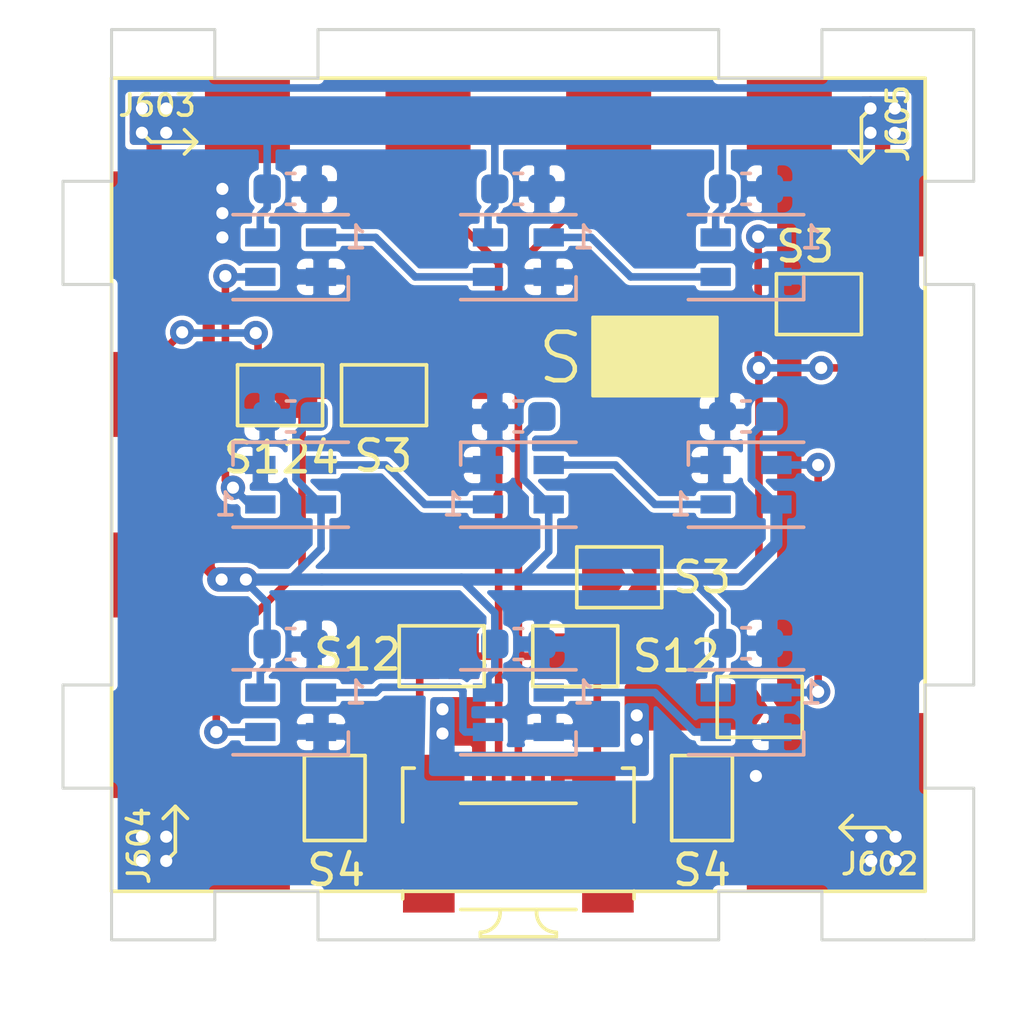
<source format=kicad_pcb>
(kicad_pcb (version 20211014) (generator pcbnew)

  (general
    (thickness 1.6)
  )

  (paper "A4")
  (layers
    (0 "F.Cu" signal)
    (31 "B.Cu" signal)
    (32 "B.Adhes" user "B.Adhesive")
    (33 "F.Adhes" user "F.Adhesive")
    (34 "B.Paste" user)
    (35 "F.Paste" user)
    (36 "B.SilkS" user "B.Silkscreen")
    (37 "F.SilkS" user "F.Silkscreen")
    (38 "B.Mask" user)
    (39 "F.Mask" user)
    (40 "Dwgs.User" user "User.Drawings")
    (41 "Cmts.User" user "User.Comments")
    (42 "Eco1.User" user "User.Eco1")
    (43 "Eco2.User" user "User.Eco2")
    (44 "Edge.Cuts" user)
    (45 "Margin" user)
    (46 "B.CrtYd" user "B.Courtyard")
    (47 "F.CrtYd" user "F.Courtyard")
    (48 "B.Fab" user)
    (49 "F.Fab" user)
  )

  (setup
    (pad_to_mask_clearance 0)
    (pcbplotparams
      (layerselection 0x00010fc_ffffffff)
      (disableapertmacros false)
      (usegerberextensions false)
      (usegerberattributes true)
      (usegerberadvancedattributes true)
      (creategerberjobfile true)
      (svguseinch false)
      (svgprecision 6)
      (excludeedgelayer true)
      (plotframeref false)
      (viasonmask false)
      (mode 1)
      (useauxorigin false)
      (hpglpennumber 1)
      (hpglpenspeed 20)
      (hpglpendiameter 15.000000)
      (dxfpolygonmode true)
      (dxfimperialunits true)
      (dxfusepcbnewfont true)
      (psnegative false)
      (psa4output false)
      (plotreference true)
      (plotvalue true)
      (plotinvisibletext false)
      (sketchpadsonfab false)
      (subtractmaskfromsilk false)
      (outputformat 1)
      (mirror false)
      (drillshape 1)
      (scaleselection 1)
      (outputdirectory "")
    )
  )

  (net 0 "")
  (net 1 "GND")
  (net 2 "VLED")
  (net 3 "/LED_DIN")
  (net 4 "/LED_DOUT")
  (net 5 "Net-(J601-Pad6)")
  (net 6 "Net-(J601-Pad4)")
  (net 7 "/USB_DP")
  (net 8 "/USB_DM")
  (net 9 "VBUS")
  (net 10 "Net-(J602-Pad3)")
  (net 11 "/MULTI_3B")
  (net 12 "Net-(J602-Pad1)")
  (net 13 "Net-(J604-Pad3)")
  (net 14 "Net-(J604-Pad2)")
  (net 15 "Net-(J605-Pad3)")
  (net 16 "Net-(D701-Pad1)")
  (net 17 "Net-(D702-Pad1)")
  (net 18 "Net-(D702-Pad3)")
  (net 19 "Net-(D703-Pad1)")
  (net 20 "Net-(D703-Pad3)")
  (net 21 "Net-(D704-Pad1)")
  (net 22 "Net-(D705-Pad1)")
  (net 23 "Net-(D706-Pad1)")
  (net 24 "Net-(SW601-Pad2)")
  (net 25 "/MULTI_2B")

  (footprint "Jumper:SolderJumper-2_P1.3mm_Open_TrianglePad1.0x1.5mm" (layer "F.Cu") (at 114.9 57.45 180))

  (footprint "Jumper:SolderJumper-2_P1.3mm_Open_TrianglePad1.0x1.5mm" (layer "F.Cu") (at 112.95 70.725))

  (footprint "Jumper:SolderJumper-2_P1.3mm_Open_TrianglePad1.0x1.5mm" (layer "F.Cu") (at 106.875 69.05))

  (footprint "Jumper:SolderJumper-2_P1.3mm_Open_TrianglePad1.0x1.5mm" (layer "F.Cu") (at 108.325 66.45))

  (footprint "Jumper:SolderJumper-2_P1.3mm_Open_TrianglePad1.0x1.5mm" (layer "F.Cu") (at 102.475 69.05 180))

  (footprint "Connector_USB:USB_Micro-B_Molex_47346-0001" (layer "F.Cu") (at 105 74.45))

  (footprint "Jumper:SolderJumper-2_P1.3mm_Open_TrianglePad1.0x1.5mm" (layer "F.Cu") (at 111.05 73.725 90))

  (footprint "Jumper:SolderJumper-2_P1.3mm_Open_TrianglePad1.0x1.5mm" (layer "F.Cu") (at 98.95 73.725 90))

  (footprint "leddie_parts:KSS241G" (layer "F.Cu") (at 105 75.65))

  (footprint "Jumper:SolderJumper-2_P1.3mm_Open_TrianglePad1.0x1.5mm" (layer "F.Cu") (at 100.575 60.45))

  (footprint "leddie_parts:leddie_edgecon" (layer "F.Cu") (at 116.9 63.4))

  (footprint "leddie_parts:leddie_edgecon" (layer "F.Cu") (at 105 51.5 90))

  (footprint "leddie_parts:leddie_edgecon" (layer "F.Cu") (at 93.1 63.4 180))

  (footprint "leddie_parts:leddie_edgecon" (layer "F.Cu") (at 105 75.3 -90))

  (footprint "Jumper:SolderJumper-2_P1.3mm_Open_TrianglePad1.0x1.5mm" (layer "F.Cu") (at 97.15 60.45 180))

  (footprint "Capacitor_SMD:C_0603_1608Metric" (layer "B.Cu") (at 97.5 68.65))

  (footprint "Capacitor_SMD:C_0603_1608Metric" (layer "B.Cu") (at 112.5 61.15 180))

  (footprint "Capacitor_SMD:C_0603_1608Metric" (layer "B.Cu") (at 97.5 53.65))

  (footprint "Capacitor_SMD:C_0603_1608Metric" (layer "B.Cu") (at 105 61.15 180))

  (footprint "Capacitor_SMD:C_0603_1608Metric" (layer "B.Cu") (at 105 53.65))

  (footprint "Capacitor_SMD:C_0603_1608Metric" (layer "B.Cu") (at 112.5 68.625))

  (footprint "Capacitor_SMD:C_0603_1608Metric" (layer "B.Cu") (at 97.5 61.15 180))

  (footprint "Capacitor_SMD:C_0603_1608Metric" (layer "B.Cu") (at 112.5 53.65))

  (footprint "LED_SMD:LED_SK6805_PLCC4_2.4x2.7mm_P1.3mm" (layer "B.Cu") (at 112.5 63.4))

  (footprint "LED_SMD:LED_SK6805_PLCC4_2.4x2.7mm_P1.3mm" (layer "B.Cu") (at 105 63.4))

  (footprint "LED_SMD:LED_SK6805_PLCC4_2.4x2.7mm_P1.3mm" (layer "B.Cu") (at 97.5 63.4))

  (footprint "Capacitor_SMD:C_0603_1608Metric" (layer "B.Cu") (at 105 68.65))

  (footprint "LED_SMD:LED_SK6805_PLCC4_2.4x2.7mm_P1.3mm" (layer "B.Cu") (at 105 55.9 180))

  (footprint "LED_SMD:LED_SK6805_PLCC4_2.4x2.7mm_P1.3mm" (layer "B.Cu") (at 97.5 55.9 180))

  (footprint "LED_SMD:LED_SK6805_PLCC4_2.4x2.7mm_P1.3mm" (layer "B.Cu") (at 112.5 55.9 180))

  (footprint "LED_SMD:LED_SK6805_PLCC4_2.4x2.7mm_P1.3mm" (layer "B.Cu") (at 97.5 70.9 180))

  (footprint "LED_SMD:LED_SK6805_PLCC4_2.4x2.7mm_P1.3mm" (layer "B.Cu") (at 105 70.9 180))

  (footprint "LED_SMD:LED_SK6805_PLCC4_2.4x2.7mm_P1.3mm" (layer "B.Cu") (at 112.5 70.9 180))

  (gr_poly
    (pts
      (xy 111.55 60.475)
      (xy 107.45 60.475)
      (xy 107.45 57.875)
      (xy 111.55 57.875)
    ) (layer "F.SilkS") (width 0.1) (fill solid) (tstamp c454102f-dc92-4550-9492-797fc8e6b49c))
  (gr_line (start 118.4 76.8) (end 91.6 76.8) (layer "Dwgs.User") (width 0.15) (tstamp 00000000-0000-0000-0000-000060e6e715))
  (gr_line (start 91.6 76.8) (end 91.6 50) (layer "Dwgs.User") (width 0.15) (tstamp 00000000-0000-0000-0000-000060e6f982))
  (gr_line (start 91.6 50) (end 118.4 50) (layer "Dwgs.User") (width 0.15) (tstamp 00000000-0000-0000-0000-000060e6f9ee))
  (gr_line (start 112.5 47.5) (end 112.5 80.7) (layer "Dwgs.User") (width 0.15) (tstamp 00000000-0000-0000-0000-0000610fbc59))
  (gr_line (start 88.4 70.9) (end 121.6 70.9) (layer "Dwgs.User") (width 0.15) (tstamp 00000000-0000-0000-0000-0000610fbc5c))
  (gr_line (start 88 55.9) (end 121.2 55.9) (layer "Dwgs.User") (width 0.15) (tstamp 00000000-0000-0000-0000-0000610fbc5e))
  (gr_line (start 88 63.4) (end 121.2 63.4) (layer "Dwgs.User") (width 0.15) (tstamp 00000000-0000-0000-0000-000061222863))
  (gr_line (start 97.5 47.5) (end 97.5 80.7) (layer "Dwgs.User") (width 0.15) (tstamp 00000000-0000-0000-0000-00006122792f))
  (gr_line (start 105 47.5) (end 105 80.7) (layer "Dwgs.User") (width 0.15) (tstamp 00000000-0000-0000-0000-000061227a07))
  (gr_line (start 118.4 50) (end 118.4 76.8) (layer "Dwgs.User") (width 0.15) (tstamp a8219a78-6b33-4efa-a789-6a67ce8f7a50))
  (gr_line (start 120 78.4) (end 118.4 78.4) (layer "Edge.Cuts") (width 0.1) (tstamp 00000000-0000-0000-0000-00006044977c))
  (gr_line (start 120 70) (end 118.4 70) (layer "Edge.Cuts") (width 0.1) (tstamp 00000000-0000-0000-0000-000060449780))
  (gr_line (start 120 56.8) (end 120 70) (layer "Edge.Cuts") (width 0.1) (tstamp 00000000-0000-0000-0000-000060449781))
  (gr_line (start 118.4 53.4) (end 118.4 56.8) (layer "Edge.Cuts") (width 0.1) (tstamp 00000000-0000-0000-0000-000060449782))
  (gr_line (start 120 73.4) (end 120 78.4) (layer "Edge.Cuts") (width 0.1) (tstamp 00000000-0000-0000-0000-000060449783))
  (gr_line (start 120 56.8) (end 118.4 56.8) (layer "Edge.Cuts") (width 0.1) (tstamp 00000000-0000-0000-0000-000060449784))
  (gr_line (start 118.4 73.4) (end 120 73.4) (layer "Edge.Cuts") (width 0.1) (tstamp 00000000-0000-0000-0000-000060449785))
  (gr_line (start 118.4 70) (end 118.4 73.4) (layer "Edge.Cuts") (width 0.1) (tstamp 00000000-0000-0000-0000-000060449786))
  (gr_line (start 120 53.4) (end 118.4 53.4) (layer "Edge.Cuts") (width 0.1) (tstamp 00000000-0000-0000-0000-0000604497a4))
  (gr_line (start 120 48.4) (end 120 53.4) (layer "Edge.Cuts") (width 0.1) (tstamp 00000000-0000-0000-0000-0000604497a8))
  (gr_line (start 91.6 73.4) (end 91.6 78.4) (layer "Edge.Cuts") (width 0.1) (tstamp 00000000-0000-0000-0000-0000604498dc))
  (gr_line (start 115 76.8) (end 115 78.4) (layer "Edge.Cuts") (width 0.1) (tstamp 00000000-0000-0000-0000-0000604498dd))
  (gr_line (start 98.4 76.8) (end 98.4 78.4) (layer "Edge.Cuts") (width 0.1) (tstamp 00000000-0000-0000-0000-0000604498df))
  (gr_line (start 95 76.8) (end 98.4 76.8) (layer "Edge.Cuts") (width 0.1) (tstamp 00000000-0000-0000-0000-0000604498e0))
  (gr_line (start 95 78.4) (end 95 76.8) (layer "Edge.Cuts") (width 0.1) (tstamp 00000000-0000-0000-0000-0000604498e1))
  (gr_line (start 111.6 76.8) (end 115 76.8) (layer "Edge.Cuts") (width 0.1) (tstamp 00000000-0000-0000-0000-0000604498e2))
  (gr_line (start 111.6 78.4) (end 111.6 76.8) (layer "Edge.Cuts") (width 0.1) (tstamp 00000000-0000-0000-0000-0000604498e4))
  (gr_line (start 115 78.4) (end 118.4 78.4) (layer "Edge.Cuts") (width 0.1) (tstamp 00000000-0000-0000-0000-0000604498e5))
  (gr_line (start 91.6 78.4) (end 95 78.4) (layer "Edge.Cuts") (width 0.1) (tstamp 00000000-0000-0000-0000-0000604498e6))
  (gr_line (start 98.4 78.4) (end 111.6 78.4) (layer "Edge.Cuts") (width 0.1) (tstamp 00000000-0000-0000-0000-0000604498e7))
  (gr_line (start 115 50) (end 111.6 50) (layer "Edge.Cuts") (width 0.1) (tstamp 00000000-0000-0000-0000-000060e1857b))
  (gr_line (start 115 48.4) (end 115 50) (layer "Edge.Cuts") (width 0.1) (tstamp 00000000-0000-0000-0000-000060e1857c))
  (gr_line (start 111.6 50) (end 111.6 48.4) (layer "Edge.Cuts") (width 0.1) (tstamp 00000000-0000-0000-0000-000060e1857d))
  (gr_line (start 95 50) (end 95 48.4) (layer "Edge.Cuts") (width 0.1) (tstamp 00000000-0000-0000-0000-000060e1857e))
  (gr_line (start 98.4 48.4) (end 98.4 50) (layer "Edge.Cuts") (width 0.1) (tstamp 00000000-0000-0000-0000-000060e18582))
  (gr_line (start 98.4 50) (end 95 50) (layer "Edge.Cuts") (width 0.1) (tstamp 00000000-0000-0000-0000-000060e18583))
  (gr_line (start 120 48.4) (end 115 48.4) (layer "Edge.Cuts") (width 0.1) (tstamp 00000000-0000-0000-0000-000060e18584))
  (gr_line (start 111.6 48.4) (end 98.4 48.4) (layer "Edge.Cuts") (width 0.1) (tstamp 00000000-0000-0000-0000-000060e18585))
  (gr_line (start 90 73.4) (end 91.6 73.4) (layer "Edge.Cuts") (width 0.1) (tstamp 00000000-0000-0000-0000-000060e186b9))
  (gr_line (start 91.6 53.4) (end 90 53.4) (layer "Edge.Cuts") (width 0.1) (tstamp 00000000-0000-0000-0000-000060e186ba))
  (gr_line (start 90 70) (end 91.6 70) (layer "Edge.Cuts") (width 0.1) (tstamp 00000000-0000-0000-0000-000060e186bb))
  (gr_line (start 91.6 70) (end 91.6 56.8) (layer "Edge.Cuts") (width 0.1) (tstamp 00000000-0000-0000-0000-000060e186bd))
  (gr_line (start 90 56.8) (end 91.6 56.8) (layer "Edge.Cuts") (width 0.1) (tstamp 00000000-0000-0000-0000-000060e186be))
  (gr_line (start 90 53.4) (end 90 56.8) (layer "Edge.Cuts") (width 0.1) (tstamp 00000000-0000-0000-0000-000060e186e5))
  (gr_line (start 90 70) (end 90 73.4) (layer "Edge.Cuts") (width 0.1) (tstamp 00000000-0000-0000-0000-000060e186ec))
  (gr_line (start 95 48.4) (end 91.6 48.4) (layer "Edge.Cuts") (width 0.1) (tstamp 00000000-0000-0000-0000-000060e6f9e5))
  (gr_line (start 91.6 50) (end 91.6 48.4) (layer "Edge.Cuts") (width 0.1) (tstamp 00000000-0000-0000-0000-000060e6f9e8))
  (gr_line (start 91.6 53.4) (end 91.6 50) (layer "Edge.Cuts") (width 0.1) (tstamp 00000000-0000-0000-0000-000060e6f9eb))
  (gr_text "S12" (at 110.2 69.05) (layer "F.SilkS") (tstamp 00000000-0000-0000-0000-000060fc1d5c)
    (effects (font (size 1 1) (thickness 0.15)))
  )
  (gr_text "S12" (at 99.7 69) (layer "F.SilkS") (tstamp 00000000-0000-0000-0000-000060fc563e)
    (effects (font (size 1 1) (thickness 0.15)))
  )
  (gr_text "S3" (at 100.55 62.45) (layer "F.SilkS") (tstamp 00000000-0000-0000-0000-0000610fdd6e)
    (effects (font (size 1 1) (thickness 0.15)))
  )
  (gr_text "S3" (at 111.05 66.45) (layer "F.SilkS") (tstamp 00000000-0000-0000-0000-00006122695b)
    (effects (font (size 1 1) (thickness 0.15)))
  )
  (gr_text "S4" (at 99 76.1) (layer "F.SilkS") (tstamp 00000000-0000-0000-0000-00006122771d)
    (effects (font (size 1 1) (thickness 0.15)))
  )
  (gr_text "S" (at 106.4 59.225) (layer "F.SilkS") (tstamp 501880c3-8633-456f-9add-0e8fa1932ba6)
    (effects (font (size 1.6 1.6) (thickness 0.15)))
  )
  (gr_text "S3" (at 114.45 55.55) (layer "F.SilkS") (tstamp 528fd7da-c9a6-40ae-9f1a-60f6a7f4d534)
    (effects (font (size 1 1) (thickness 0.15)))
  )
  (gr_text "S4" (at 111.05 76.1) (layer "F.SilkS") (tstamp 6afc19cf-38b4-47a3-bc2b-445b18724310)
    (effects (font (size 1 1) (thickness 0.15)))
  )
  (gr_text "S124" (at 97.2 62.5) (layer "F.SilkS") (tstamp 7a879184-fad8-4feb-afb5-86fe8d34f1f7)
    (effects (font (size 1 1) (thickness 0.15)))
  )

  (segment (start 93.000001 74.600001) (end 93.4 75) (width 0.25) (layer "F.Cu") (net 1) (tstamp 01f82238-6335-48fe-8b0a-6853e227345a))
  (segment (start 93 72.325) (end 93.000001 74.600001) (width 0.25) (layer "F.Cu") (net 1) (tstamp 0e249018-17e7-42b3-ae5d-5ebf3ae299ae))
  (segment (start 96.075 75.4) (end 93.799999 75.399999) (width 0.25) (layer "F.Cu") (net 1) (tstamp 34c0bee6-7425-4435-8857-d1fe8dfb6d89))
  (segment (start 117 74.575) (end 117.425 75) (width 0.25) (layer "F.Cu") (net 1) (tstamp 63489ebf-0f52-43a6-a0ab-158b1a7d4988))
  (segment (start 96.075 51.475) (end 95.25 52.3) (width 0.25) (layer "F.Cu") (net 1) (tstamp 6cb93665-0bcd-4104-8633-fffd1811eee0))
  (segment (start 96.075 73.425) (end 96.075 75.4) (width 0.25) (layer "F.Cu") (net 1) (tstamp 7db990e4-92e1-4f99-b4d2-435bbec1ba83))
  (segment (start 95.25 52.3) (end 95.25 53.65) (width 0.25) (layer "F.Cu") (net 1) (tstamp 7f2b3ce3-2f20-426d-b769-e0329b6a8111))
  (segment (start 111.05 73) (end 112.825 73) (width 0.25) (layer "F.Cu") (net 1) (tstamp 8ac400bf-c9b3-4af4-b0a7-9aa9ab4ad17e))
  (segment (start 96.5 73) (end 96.075 73.425) (width 0.25) (layer "F.Cu") (net 1) (tstamp 8efee08b-b92e-4ba6-8722-c058e18114fe))
  (segment (start 96.075 51.4) (end 96.075 51.475) (width 0.25) (layer "F.Cu") (net 1) (tstamp a7f2e97b-29f3-44fd-bf8a-97a3c1528b61))
  (segment (start 98.95 73) (end 96.5 73) (width 0.25) (layer "F.Cu") (net 1) (tstamp cd5e758d-cb66-484a-ae8b-21f53ceee49e))
  (segment (start 93.799999 75.399999) (end 93.4 75) (width 0.25) (layer "F.Cu") (net 1) (tstamp e0830067-5b66-4ce1-b2d1-aaa8af20baf7))
  (segment (start 117 72.325) (end 117 74.575) (width 0.25) (layer "F.Cu") (net 1) (tstamp e6d68f56-4a40-4849-b8d1-13d5ca292900))
  (via (at 95.25 53.65) (size 0.8) (drill 0.4) (layers "F.Cu" "B.Cu") (net 1) (tstamp 00000000-0000-0000-0000-000061225af0))
  (via (at 95.25 54.45) (size 0.8) (drill 0.4) (layers "F.Cu" "B.Cu") (net 1) (tstamp 00000000-0000-0000-0000-000061225af7))
  (via (at 95.25 55.25) (size 0.8) (drill 0.4) (layers "F.Cu" "B.Cu") (net 1) (tstamp 00000000-0000-0000-0000-000061225af9))
  (via (at 117.425 75.8) (size 0.8) (drill 0.4) (layers "F.Cu" "B.Cu") (net 1) (tstamp 00000000-0000-0000-0000-0000612283e6))
  (via (at 116.625 75.8) (size 0.8) (drill 0.4) (layers "F.Cu" "B.Cu") (net 1) (tstamp 00000000-0000-0000-0000-0000612283e7))
  (via (at 116.625 75) (size 0.8) (drill 0.4) (layers "F.Cu" "B.Cu") (net 1) (tstamp 00000000-0000-0000-0000-0000612283e8))
  (via (at 117.425 75) (size 0.8) (drill 0.4) (layers "F.Cu" "B.Cu") (net 1) (tstamp 00000000-0000-0000-0000-0000612283e9))
  (via (at 92.6 75) (size 0.8) (drill 0.4) (layers "F.Cu" "B.Cu") (net 1) (tstamp 1317ff66-8ecf-46c9-9612-8d2eae03c537))
  (via (at 92.6 75.8) (size 0.8) (drill 0.4) (layers "F.Cu" "B.Cu") (net 1) (tstamp 1755646e-fc08-4e43-a301-d9b3ea704cf6))
  (via (at 112.825 73) (size 0.8) (drill 0.4) (layers "F.Cu" "B.Cu") (net 1) (tstamp 97dcf785-3264-40a1-a36e-8842acab24fb))
  (via (at 93.4 75) (size 0.8) (drill 0.4) (layers "F.Cu" "B.Cu") (net 1) (tstamp ef4533db-6ea4-4b68-b436-8e9575be570d))
  (via (at 93.4 75.8) (size 0.8) (drill 0.4) (layers "F.Cu" "B.Cu") (net 1) (tstamp f5dba25f-5f9b-4770-84f9-c038fb119360))
  (segment (start 105.275 71.55) (end 106 71.55) (width 0.25) (layer "B.Cu") (net 1) (tstamp 13bbfffc-affb-4b43-9eb1-f2ed90a8a919))
  (segment (start 97.55 75) (end 93.4 75) (width 0.25) (layer "B.Cu") (net 1) (tstamp 6cb535a7-247d-4f99-997d-c21b160eadfa))
  (segment (start 105.174999 69.775001) (end 105.174999 71.449999) (width 0.25) (layer "B.Cu") (net 1) (tstamp 71f8d568-0f23-4ff2-8e60-1600ce517a48))
  (segment (start 105.174999 71.449999) (end 105.275 71.55) (width 0.25) (layer "B.Cu") (net 1) (tstamp 7c00778a-4692-4f9b-87d5-2d355077ce1e))
  (segment (start 98.5 71.55) (end 98.5 74.05) (width 0.25) (layer "B.Cu") (net 1) (tstamp 7c5f3091-7791-43b3-8d50-43f6a72274c9))
  (segment (start 105.775 69.175) (end 105.174999 69.775001) (width 0.25) (layer "B.Cu") (net 1) (tstamp 97581b9a-3f6b-4e88-8768-6fdb60e6aca6))
  (segment (start 105.775 68.65) (end 105.775 69.175) (width 0.25) (layer "B.Cu") (net 1) (tstamp dbe92a0d-89cb-4d3f-9497-c2c1d93a3018))
  (segment (start 98.5 74.05) (end 97.55 75) (width 0.25) (layer "B.Cu") (net 1) (tstamp f5c43e09-08d6-4a29-a53a-3b9ea7fb34cd))
  (segment (start 117 54.475) (end 117 52.55) (width 0.25) (layer "F.Cu") (net 2) (tstamp 014d13cd-26ad-4d0e-86ad-a43b541cab14))
  (segment (start 92.999999 52.224999) (end 92.6 51.825) (width 0.25) (layer "F.Cu") (net 2) (tstamp 1427bb3f-0689-4b41-a816-cd79a5202fd0))
  (segment (start 96.024998 66.524998) (end 96.025 66.525) (width 0.25) (layer "F.Cu") (net 2) (tstamp 1b023dd4-5185-4576-b544-68a05b9c360b))
  (segment (start 94.8 65.3) (end 94.8 58) (width 0.4) (layer "F.Cu") (net 2) (tstamp 347562f5-b152-4e7b-8a69-40ca6daaaad4))
  (segment (start 93 54.475) (end 92.999999 52.224999) (width 0.25) (layer "F.Cu") (net 2) (tstamp 59cb2966-1e9c-4b3b-b3c8-7499378d8dde))
  (segment (start 117 56.95) (end 117 54.475) (width 0.5) (layer "F.Cu") (net 2) (tstamp 83021f70-e61e-4ad3-bae7-b9f02b28be4f))
  (segment (start 94.8 65.3) (end 94.8 66.174998) (width 0.4) (layer "F.Cu") (net 2) (tstamp 90f81af1-b6de-44aa-a46b-6504a157ce6c))
  (segment (start 94.8 66.174998) (end 95.15 66.524998) (width 0.4) (layer "F.Cu") (net 2) (tstamp 9e0e6fc0-a269-4822-b93d-4c5e6689ff11))
  (segment (start 116.5 57.45) (end 117 56.95) (width 0.5) (layer "F.Cu") (net 2) (tstamp a25b7e01-1754-4cc9-8a14-3d9c461e5af5))
  (segment (start 95.15 66.524998) (end 96.024998 66.524998) (width 0.8) (layer "F.Cu") (net 2) (tstamp a64aeb89-c24a-493b-9aab-87a6be930bde))
  (segment (start 94.8 58) (end 93 56.2) (width 0.4) (layer "F.Cu") (net 2) (tstamp cb083d38-4f11-4a80-8b19-ab751c405e4a))
  (segment (start 115.625 57.45) (end 116.5 57.45) (width 0.5) (layer "F.Cu") (net 2) (tstamp cc75e5ae-3348-4e7a-bd16-4df685ee47bd))
  (segment (start 93 56.2) (end 93 54.475) (width 0.4) (layer "F.Cu") (net 2) (tstamp f50dae73-c5b5-475d-ac8c-5b555be54fa3))
  (via (at 116.6 51) (size 0.8) (drill 0.4) (layers "F.Cu" "B.Cu") (net 2) (tstamp 00000000-0000-0000-0000-0000610fbc41))
  (via (at 117.4 51) (size 0.8) (drill 0.4) (layers "F.Cu" "B.Cu") (net 2) (tstamp 00000000-0000-0000-0000-0000610fbc42))
  (via (at 117.4 51.8) (size 0.8) (drill 0.4) (layers "F.Cu" "B.Cu") (net 2) (tstamp 00000000-0000-0000-0000-0000610fbc43))
  (via (at 116.6 51.8) (size 0.8) (drill 0.4) (layers "F.Cu" "B.Cu") (net 2) (tstamp 00000000-0000-0000-0000-0000610fbc44))
  (via (at 93.4 51) (size 0.8) (drill 0.4) (layers "F.Cu" "B.Cu") (net 2) (tstamp 63caf46e-0228-40de-b819-c6bd29dd1711))
  (via (at 92.6 51) (size 0.8) (drill 0.4) (layers "F.Cu" "B.Cu") (net 2) (tstamp 8aff0f38-92a8-45ec-b106-b185e93ca3fd))
  (via (at 92.6 51.8) (size 0.8) (drill 0.4) (layers "F.Cu" "B.Cu") (net 2) (tstamp 94a10cae-6ef2-4b64-9d98-fb22aa3306cc))
  (via (at 93.4 51.8) (size 0.8) (drill 0.4) (layers "F.Cu" "B.Cu") (net 2) (tstamp a7fc0812-140f-4d96-9cd8-ead8c1c610b1))
  (via (at 95.225 66.525) (size 0.8) (drill 0.4) (layers "F.Cu" "B.Cu") (net 2) (tstamp cbde200f-1075-469a-89f8-abbdcf30e36a))
  (via (at 96.025 66.525) (size 0.8) (drill 0.4) (layers "F.Cu" "B.Cu") (net 2) (tstamp fa00d3f4-bb71-4b1d-aa40-ae9267e2c41f))
  (segment (start 97.674999 61.750001) (end 97.674999 63.224999) (width 0.25) (layer "B.Cu") (net 2) (tstamp 0cc9bf07-55b9-458f-b8aa-41b2f51fa940))
  (segment (start 111.725 67.55) (end 110.7 66.525) (width 0.25) (layer "B.Cu") (net 2) (tstamp 14094ad2-b562-4efa-8c6f-51d7a3134345))
  (segment (start 96.5 54.5) (end 96.5 55.25) (width 0.25) (layer "B.Cu") (net 2) (tstamp 1cb22080-0f59-4c18-a6e6-8685ef44ec53))
  (segment (start 106 65.6) (end 105.075 66.525) (width 0.25) (layer "B.Cu") (net 2) (tstamp 212bf70c-2324-47d9-8700-59771063baeb))
  (segment (start 104.225 53.65) (end 104.225 54.225) (width 0.25) (layer "B.Cu") (net 2) (tstamp 235067e2-1686-40fe-a9a0-61704311b2b1))
  (segment (start 98.275 61.15) (end 97.674999 61.750001) (width 0.25) (layer "B.Cu") (net 2) (tstamp 241e0c85-4796-48eb-a5a0-1c0f2d6e5910))
  (segment (start 104 54.45) (end 104 55.25) (width 0.25) (layer "B.Cu") (net 2) (tstamp 31f91ec8-56e4-4e08-9ccd-012652772211))
  (segment (start 95.95 66.525) (end 95.150002 66.525) (width 0.8) (layer "B.Cu") (net 2) (tstamp 3249bd81-9fd4-4194-9b4f-2e333b2195b8))
  (segment (start 97.674999 63.224999) (end 98.5 64.05) (width 0.25) (layer "B.Cu") (net 2) (tstamp 363945f6-fbef-42be-99cf-4a8a48434d92))
  (segment (start 105.174999 63.224999) (end 106 64.05) (width 0.25) (layer "B.Cu") (net 2) (tstamp 386ad9e3-71fa-420f-8722-88548b024fc5))
  (segment (start 111.725 53.65) (end 111.725 51.475) (width 0.25) (layer "B.Cu") (net 2) (tstamp 3c9169cc-3a77-4ae0-8afc-cbfc472a28c5))
  (segment (start 104.225 53.65) (end 104.225 51.625) (width 0.25) (layer "B.Cu") (net 2) (tstamp 3e57b728-64e6-4470-8f27-a43c0dd85050))
  (segment (start 110.175 66.525) (end 105.075 66.525) (width 0.4) (layer "B.Cu") (net 2) (tstamp 3efa2ece-8f3f-4a8c-96e9-6ab3ec6f1f70))
  (segment (start 113.5 65.35) (end 112.325 66.525) (width 0.4) (layer "B.Cu") (net 2) (tstamp 430d6d73-9de6-41ca-b788-178d709f4aae))
  (segment (start 105.075 66.525) (end 103.125 66.525) (width 0.4) (layer "B.Cu") (net 2) (tstamp 44035e53-ff94-45ad-801f-55a1ce042a0d))
  (segment (start 111.725 68.625) (end 111.725 67.55) (width 0.25) (layer "B.Cu") (net 2) (tstamp 590fefcc-03e7-45d6-b6c9-e51a7c3c36c4))
  (segment (start 112.674999 63.224999) (end 113.5 64.05) (width 0.25) (layer "B.Cu") (net 2) (tstamp 5d49e9a6-41dd-4072-adde-ef1036c1979b))
  (segment (start 111.5 54.5) (end 111.5 55.25) (width 0.25) (layer "B.Cu") (net 2) (tstamp 5e7c3a32-8dda-4e6a-9838-c94d1f165575))
  (segment (start 111.725 54.275) (end 111.5 54.5) (width 0.25) (layer "B.Cu") (net 2) (tstamp 5f31b97b-d794-46d6-bbd9-7a5638bcf704))
  (segment (start 104.225 68.65) (end 104.225 67.625) (width 0.25) (layer "B.Cu") (net 2) (tstamp 5ff19d63-2cb4-438b-93c4-e66d37a05329))
  (segment (start 96.025 66.525) (end 95.95 66.525) (width 0.4) (layer "B.Cu") (net 2) (tstamp 616287d9-a51f-498c-8b91-be46a0aa3a7f))
  (segment (start 111.725 69.475) (end 111.725 68.625) (width 0.25) (layer "B.Cu") (net 2) (tstamp 633292d3-80c5-4986-be82-ce926e9f09f4))
  (segment (start 104.225 67.625) (end 103.125 66.525) (width 0.25) (layer "B.Cu") (net 2) (tstamp 637f12be-fa48-4ce4-96b2-04c21a8795c8))
  (segment (start 97.475 66.525) (end 95.95 66.525) (width 0.4) (layer "B.Cu") (net 2) (tstamp 6a2bcc72-047b-4846-8583-1109e3552669))
  (segment (start 96.725 54.275) (end 96.5 54.5) (width 0.25) (layer "B.Cu") (net 2) (tstamp 701e1517-e8cf-46f4-b538-98e721c97380))
  (segment (start 110.7 66.525) (end 110.175 66.525) (width 0.25) (layer "B.Cu") (net 2) (tstamp 70d34adf-9bd8-469e-8c77-5c0d7adf511e))
  (segment (start 95.150002 66.525) (end 95.15 66.524998) (width 0.4) (layer "B.Cu") (net 2) (tstamp 718e5c6d-0e4c-46d8-a149-2f2bfc54c7f1))
  (segment (start 111.5 70.25) (end 111.5 69.7) (width 0.25) (layer "B.Cu") (net 2) (tstamp 7744b6ee-910d-401d-b730-65c35d3d8092))
  (segment (start 113.5 64.05) (end 113.5 65.35) (width 0.4) (layer "B.Cu") (net 2) (tstamp 775e8983-a723-43c5-bf00-61681f0840f3))
  (segment (start 96.725 69.35) (end 96.5 69.575) (width 0.25) (layer "B.Cu") (net 2) (tstamp 78f9c3d3-3556-46f6-9744-05ad54b330f0))
  (segment (start 103.125 66.525) (end 98.525 66.525) (width 0.4) (layer "B.Cu") (net 2) (tstamp 7f9683c1-2203-43df-8fa1-719a0dc360df))
  (segment (start 105.775 61.15) (end 105.174999 61.750001) (width 0.25) (layer "B.Cu") (net 2) (tstamp 87a1984f-543d-4f2e-ad8a-7a3a24ee6047))
  (segment (start 96.725 68.65) (end 96.725 69.35) (width 0.25) (layer "B.Cu") (net 2) (tstamp 89c9afdc-c346-4300-a392-5f9dd8c1e5bd))
  (segment (start 96.5 69.575) (end 96.5 70.25) (width 0.25) (layer "B.Cu") (net 2) (tstamp 8b7bbefd-8f78-41f8-809c-2534a5de3b39))
  (segment (start 96.725 53.65) (end 96.725 54.275) (width 0.25) (layer "B.Cu") (net 2) (tstamp 8bdea5f6-7a53-427a-92b8-fd15994c2e8c))
  (segment (start 105.174999 61.750001) (end 105.174999 63.224999) (width 0.25) (layer "B.Cu") (net 2) (tstamp 8cb2cd3a-4ef9-4ae5-b6bc-2b1d16f657d6))
  (segment (start 111.725 53.65) (end 111.725 54.275) (width 0.25) (layer "B.Cu") (net 2) (tstamp 98861672-254d-432b-8e5a-10d885a5ffdc))
  (segment (start 112.325 66.525) (end 110.175 66.525) (width 0.4) (layer "B.Cu") (net 2) (tstamp a0e7a81b-2259-4f8d-8368-ba75f2004714))
  (segment (start 96.725 53.65) (end 96.725 51.525) (width 0.25) (layer "B.Cu") (net 2) (tstamp a599509f-fbb9-4db4-9adf-9e96bab1138d))
  (segment (start 113.275 61.15) (end 112.674999 61.750001) (width 0.25) (layer "B.Cu") (net 2) (tstamp b0054ce1-b60e-41de-a6a2-bf712784dd39))
  (segment (start 104.225 69.525) (end 104.225 68.65) (width 0.25) (layer "B.Cu") (net 2) (tstamp b854a395-bfc6-4140-9640-75d4f9296771))
  (segment (start 106 64.05) (end 106 65.6) (width 0.25) (layer "B.Cu") (net 2) (tstamp be2983fa-f06e-485e-bea1-3dd96b916ec5))
  (segment (start 104.225 54.225) (end 104 54.45) (width 0.25) (layer "B.Cu") (net 2) (tstamp be41ac9e-b8ba-4089-983b-b84269707f1c))
  (segment (start 98.5 64.05) (end 98.5 65.5) (width 0.25) (layer "B.Cu") (net 2) (tstamp c873689a-d206-42f5-aead-9199b4d63f51))
  (segment (start 112.674999 61.750001) (end 112.674999 63.224999) (width 0.25) (layer "B.Cu") (net 2) (tstamp c8ab8246-b2bb-4b06-b45e-2548482466fd))
  (segment (start 96.725 67.3) (end 95.95 66.525) (width 0.25) (layer "B.Cu") (net 2) (tstamp cbebc05a-c4dd-4baf-8c08-196e84e08b27))
  (segment (start 98.5 65.5) (end 97.475 66.525) (width 0.25) (layer "B.Cu") (net 2) (tstamp cee2f43a-7d22-4585-a857-73949bd17a9d))
  (segment (start 104 70.25) (end 104 69.75) (width 0.25) (layer "B.Cu") (net 2) (tstamp d0cd3439-276c-41ba-b38d-f84f6da38415))
  (segment (start 98.525 66.525) (end 97.475 66.525) (width 0.4) (layer "B.Cu") (net 2) (tstamp dc1d84c8-33da-4489-be8e-2a1de3001779))
  (segment (start 111.5 69.7) (end 111.725 69.475) (width 0.25) (layer "B.Cu") (net 2) (tstamp dda1e6ca-91ec-4136-b90b-3c54d79454b9))
  (segment (start 104 69.75) (end 104.225 69.525) (width 0.25) (layer "B.Cu") (net 2) (tstamp f5bf5b4a-5213-48af-a5cd-0d67969d2de6))
  (segment (start 96.725 68.65) (end 96.725 67.3) (width 0.25) (layer "B.Cu") (net 2) (tstamp f7447e92-4293-41c4-be3f-69b30aad1f17))
  (segment (start 97.875 66.125) (end 97.875 60.45) (width 0.25) (layer "F.Cu") (net 3) (tstamp 0b9f21ed-3d41-4f23-ae45-74117a5f3153))
  (segment (start 95.05 71.55) (end 95.05 68.95) (width 0.25) (layer "F.Cu") (net 3) (tstamp 2c95b9a6-9c71-4108-9cde-57ddfdd2dd19))
  (segment (start 95.05 68.95) (end 97.875 66.125) (width 0.25) (layer "F.Cu") (net 3) (tstamp 8486c294-aa7e-43c3-b257-1ca3356dd17a))
  (segment (start 97.875 60.45) (end 99.85 60.45) (width 0.25) (layer "F.Cu") (net 3) (tstamp 946404ba-9297-43ec-9d67-30184041145f))
  (via (at 95.05 71.55) (size 0.8) (drill 0.4) (layers "F.Cu" "B.Cu") (net 3) (tstamp 76afa8e0-9b3a-439d-843c-ad039d3b6354))
  (segment (start 95.05 71.55) (end 96.5 71.55) (width 0.25) (layer "B.Cu") (net 3) (tstamp a76a574b-1cac-43eb-81e6-0e2e278cea39))
  (segment (start 112.375 66.45) (end 112.925 65.9) (width 0.25) (layer "F.Cu") (net 4) (tstamp 10d8ad0e-6a08-4053-92aa-23a15910fd21))
  (segment (start 116.125 59.55) (end 114.974998 59.55) (width 0.25) (layer "F.Cu") (net 4) (tstamp 123968c6-74e7-4754-8c36-08ea08e42555))
  (segment (start 109.05 66.45) (end 112.375 66.45) (width 0.25) (layer "F.Cu") (net 4) (tstamp 2b64d2cb-d62a-4762-97ea-f1b0d4293c4f))
  (segment (start 112.9 55.225) (end 112.9 59.525) (width 0.25) (layer "F.Cu") (net 4) (tstamp 475ed8b3-90bf-48cd-bce5-d8f48b689541))
  (segment (start 112.9 59.525) (end 112.925 59.55) (width 0.25) (layer "F.Cu") (net 4) (tstamp df2a6036-7274-4398-9365-148b6ddab90d))
  (segment (start 117 60.425) (end 116.125 59.55) (width 0.25) (layer "F.Cu") (net 4) (tstamp ee29d712-3378-4507-a00b-003526b29bb1))
  (segment (start 112.925 65.9) (end 112.925 59.55) (width 0.25) (layer "F.Cu") (net 4) (tstamp fc83cd71-1198-4019-87a1-dc154bceead3))
  (via (at 112.925 59.55) (size 0.8) (drill 0.4) (layers "F.Cu" "B.Cu") (net 4) (tstamp 7b766787-7689-40b8-9ef5-c0b1af45a9ae))
  (via (at 114.974998 59.55) (size 0.8) (drill 0.4) (layers "F.Cu" "B.Cu") (net 4) (tstamp 99186658-0361-40ba-ae93-62f23c5622e6))
  (via (at 112.9 55.225) (size 0.8) (drill 0.4) (layers "F.Cu" "B.Cu") (net 4) (tstamp aee7520e-3bfc-435f-a66b-1dd1f5aa6a87))
  (segment (start 112.925 59.55) (end 114.974998 59.55) (width 0.25) (layer "B.Cu") (net 4) (tstamp 5f312b85-6822-40a3-b417-2df49696ca2d))
  (segment (start 102.5125 74.7625) (end 101.625 75.65) (width 0.25) (layer "F.Cu") (net 5) (tstamp 083becc8-e25d-4206-9636-55457650bbe3))
  (segment (start 100.425 74.45) (end 101.625 75.65) (width 0.25) (layer "F.Cu") (net 5) (tstamp 3e3d55c8-e0ea-48fb-8421-a84b7cb7055b))
  (segment (start 109.575 74.45) (end 108.375 75.65) (width 0.25) (layer "F.Cu") (net 5) (tstamp 4a7e3849-3bc9-4bb3-b16a-fab2f5cee0e5))
  (segment (start 98.95 74.45) (end 100.425 74.45) (width 0.25) (layer "F.Cu") (net 5) (tstamp 725cdf26-4b92-46db-bca9-10d930002dda))
  (segment (start 107.4875 73.075) (end 107.4875 74.7625) (width 0.25) (layer "F.Cu") (net 5) (tstamp 79451892-db6b-4999-916d-6392174ee493))
  (segment (start 102.5125 73.075) (end 102.5125 74.7625) (width 0.25) (layer "F.Cu") (net 5) (tstamp 7acd513a-187b-4936-9f93-2e521ce33ad5))
  (segment (start 111.05 74.45) (end 109.575 74.45) (width 0.25) (layer "F.Cu") (net 5) (tstamp 888fd7cb-2fc6-480c-bcfa-0b71303087d3))
  (segment (start 107.4875 74.7625) (end 108.375 75.65) (width 0.25) (layer "F.Cu") (net 5) (tstamp 8e295ed4-82cb-4d9f-8888-7ad2dd4d5129))
  (segment (start 106.55 75.65) (end 108.375 75.65) (width 0.25) (layer "F.Cu") (net 5) (tstamp a92f3b72-ed6d-4d99-9da6-35771bec3c77))
  (segment (start 103.85 75.65) (end 101.625 75.65) (width 0.25) (layer "F.Cu") (net 5) (tstamp aa1c6f47-cbd4-4cbd-8265-e5ac08b7ffc8))
  (segment (start 105 72.99) (end 105 68.9) (width 0.25) (layer "F.Cu") (net 7) (tstamp 051b8cb0-ae77-4e09-98a7-bf2103319e66))
  (segment (start 107.975 53.175) (end 107.975 51.4) (width 0.25) (layer "F.Cu") (net 7) (tstamp 35c09d1f-2914-4d1e-a002-df30af772f3b))
  (segment (start 106.15 69.05) (end 105.15 69.05) (width 0.25) (layer "F.Cu") (net 7) (tstamp 974c48bf-534e-4335-98e1-b0426c783e99))
  (segment (start 105 56.15) (end 107.975 53.175) (width 0.25) (layer "F.Cu") (net 7) (tstamp e2b24e25-1a0d-434a-876b-c595b47d80d2))
  (segment (start 105.15 69.05) (end 105 68.9) (width 0.25) (layer "F.Cu") (net 7) (tstamp f28e56e7-283b-4b9a-ae27-95e89770fbf8))
  (segment (start 105 68.9) (end 105 56.15) (width 0.25) (layer "F.Cu") (net 7) (tstamp fad4c712-0a2e-465d-a9f8-83d26bd66e37))
  (segment (start 104.3 63.75) (end 104.35 63.7) (width 0.25) (layer "F.Cu") (net 8) (tstamp 0d993e48-cea3-4104-9c5a-d8f97b64a3ac))
  (segment (start 104.35 60.4) (end 104.35 56.1) (width 0.25) (layer "F.Cu") (net 8) (tstamp 1c9f6fea-1796-4a2d-80b3-ae22ce51c8f5))
  (segment (start 104.35 72.99) (end 104.35 69.05) (width 0.25) (layer "F.Cu") (net 8) (tstamp 20901d7e-a300-4069-8967-a6a7e97a68bc))
  (segment (start 103.2 69.05) (end 104.35 69.05) (width 0.25) (layer "F.Cu") (net 8) (tstamp 422b10b9-e829-44a2-8808-05edd8cb3050))
  (segment (start 102.025 53.775) (end 102.025 51.4) (width 0.25) (layer "F.Cu") (net 8) (tstamp 73fbe87f-3928-49c2-bf87-839d907c6aef))
  (segment (start 104.35 63.7) (end 104.35 60.4) (width 0.25) (layer "F.Cu") (net 8) (tstamp 86ad0555-08b3-4dde-9a3e-c1e5e29b6615))
  (segment (start 104.35 69.05) (end 104.35 63.7) (width 0.25) (layer "F.Cu") (net 8) (tstamp b12e5309-5d01-40ef-a9c3-8453e00a555e))
  (segment (start 104.3 60.45) (end 104.35 60.4) (width 0.25) (layer "F.Cu") (net 8) (tstamp be6b17f9-34f5-44e9-a4c7-725d2e274a9d))
  (segment (start 104.35 56.1) (end 102.025 53.775) (width 0.25) (layer "F.Cu") (net 8) (tstamp cf21dfe3-ab4f-4ad9-b7cf-dc892d833b13))
  (segment (start 101.3 60.45) (end 104.3 60.45) (width 0.25) (layer "F.Cu") (net 8) (tstamp f56d244f-1fa4-4475-ac1d-f41eed31a48b))
  (segment (start 112.225 70.725) (end 111.4 70.725) (width 0.25) (layer "F.Cu") (net 9) (tstamp 2a6075ae-c7fa-41db-86b8-3f996740bdc2))
  (segment (start 103.4 71.6) (end 103.4 70.8) (width 0.25) (layer "F.Cu") (net 9) (tstamp 98970bf0-1168-4b4e-a1c9-3b0c8d7eaacf))
  (segment (start 102.6 70.8) (end 103.4 70.8) (width 0.25) (layer "F.Cu") (net 9) (tstamp c67ad10d-2f75-4ec6-a139-47058f7f06b2))
  (via (at 108.9 71.8) (size 0.8) (drill 0.4) (layers "F.Cu" "B.Cu") (net 9) (tstamp 00000000-0000-0000-0000-0000610fbe9f))
  (via (at 102.5 71.6) (size 0.8) (drill 0.4) (layers "F.Cu" "B.Cu") (net 9) (tstamp 00000000-0000-0000-0000-000061227430))
  (via (at 108.9 71) (size 0.8) (drill 0.4) (layers "F.Cu" "B.Cu") (net 9) (tstamp 00000000-0000-0000-0000-00006122758a))
  (via (at 102.5 70.8) (size 0.8) (drill 0.4) (layers "F.Cu" "B.Cu") (net 9) (tstamp 5f6afe3e-3cb2-473a-819c-dc94ae52a6be))
  (segment (start 102.025 72.775) (end 102.025 75.4) (width 0.25) (layer "F.Cu") (net 10) (tstamp 12c8f4c9-cb79-4390-b96c-a717c693de17))
  (segment (start 101.75 72.5) (end 102.025 72.775) (width 0.25) (layer "F.Cu") (net 10) (tstamp 12f8e43c-8f83-48d3-a9b5-5f3ebc0b6c43))
  (segment (start 101.75 69.05) (end 101.75 72.5) (width 0.25) (layer "F.Cu") (net 10) (tstamp 4344bc11-e822-474b-8d61-d12211e719b1))
  (segment (start 107.6 66.45) (end 107.6 69.05) (width 0.25) (layer "F.Cu") (net 11) (tstamp 0b4c0f05-c855-4742-bad2-dbf645d5842b))
  (segment (start 107.6 72.85) (end 107.6 75.025) (width 0.25) (layer "F.Cu") (net 11) (tstamp 282c8e53-3acc-42f0-a92a-6aa976b97a93))
  (segment (start 107.46 72.99) (end 107.6 72.85) (width 0.25) (layer "F.Cu") (net 11) (tstamp 5f38bdb2-3657-474e-8e86-d6bb0b298110))
  (segment (start 107.6 69.05) (end 107.6 72.85) (width 0.25) (layer "F.Cu") (net 11) (tstamp 83c5181e-f5ee-453c-ae5c-d7256ba8837d))
  (segment (start 106.3 72.99) (end 107.46 72.99) (width 0.25) (layer "F.Cu") (net 11) (tstamp d72c89a6-7578-4468-964e-2a845431195f))
  (segment (start 107.6 75.025) (end 107.975 75.4) (width 0.25) (layer "F.Cu") (net 11) (tstamp eaa0d51a-ee4e-4d3a-a801-bddb7027e94c))
  (segment (start 113.950004 72.543998) (end 113.950004 75.374996) (width 0.8) (layer "F.Cu") (net 12) (tstamp 05d3e08e-e1f9-46cf-93d0-836d1306d03a))
  (segment (start 113.950004 75.374996) (end 113.925 75.4) (width 0.8) (layer "F.Cu") (net 12) (tstamp ca5b6af8-ca05-4338-b852-b51f2b49b1db))
  (segment (start 113.925 51.4) (end 113.925 72.518994) (width 0.8) (layer "F.Cu") (net 12) (tstamp ea2ea877-1ce1-4cd6-ad19-1da87f51601d))
  (segment (start 113.925 72.518994) (end 113.950004 72.543998) (width 0.8) (layer "F.Cu") (net 12) (tstamp f699494a-77d6-4c73-bd50-29c1c1c5b879))
  (segment (start 96.425 60.45) (end 96.425 58.474988) (width 0.25) (layer "F.Cu") (net 13) (tstamp 1c052668-6749-425a-9a77-35f046c8aa39))
  (segment (start 93 59.3) (end 93.925026 58.374974) (width 0.25) (layer "F.Cu") (net 13) (tstamp aa047297-22f8-4de0-a969-0b3451b8e164))
  (segment (start 93 60.425) (end 93 59.3) (width 0.25) (layer "F.Cu") (net 13) (tstamp b7d06af4-a5b1-447f-9b1a-8b44eb1cc204))
  (segment (start 96.425 58.474988) (end 96.35 58.399988) (width 0.25) (layer "F.Cu") (net 13) (tstamp befdfbe5-f3e5-423b-a34e-7bba3f218536))
  (via (at 96.35 58.399988) (size 0.8) (drill 0.4) (layers "F.Cu" "B.Cu") (net 13) (tstamp 6bd46644-7209-4d4d-acd8-f4c0d045bc61))
  (via (at 93.925026 58.374974) (size 0.8) (drill 0.4) (layers "F.Cu" "B.Cu") (net 13) (tstamp 9db16341-dac0-4aab-9c62-7d88c111c1ce))
  (segment (start 96.35 58.399988) (end 93.95004 58.399988) (width 0.25) (layer "B.Cu") (net 13) (tstamp ab8b0540-9c9f-4195-88f5-7bed0b0a8ed6))
  (segment (start 93.95004 58.399988) (end 93.925026 58.374974) (width 0.25) (layer "B.Cu") (net 13) (tstamp e79c8e11-ed47-4701-ae80-a54cdb6682a5))
  (segment (start 103.25 71.55) (end 103.175001 71.475001) (width 0.25) (layer "B.Cu") (net 16) (tstamp 99e6b8eb-b08e-4d42-84dd-8b7f6765b7b7))
  (segment (start 103.049999 70.074999) (end 100.475001 70.074999) (width 0.25) (layer "B.Cu") (net 16) (tstamp b0b4c3cb-e7ea-49c0-8162-be3bbab3e4ec))
  (segment (start 103.175001 70.200001) (end 103.049999 70.074999) (width 0.25) (layer "B.Cu") (net 16) (tstamp b794d099-f823-4d35-9755-ca1c45247ee9))
  (segment (start 104 71.55) (end 103.25 71.55) (width 0.25) (layer "B.Cu") (net 16) (tstamp db851147-6a1e-4d19-898c-0ba71182359b))
  (segment (start 103.175001 71.475001) (end 103.175001 70.200001) (width 0.25) (layer "B.Cu") (net 16) (tstamp de370984-7922-4327-a0ba-7cd613995df4))
  (segment (start 100.3 70.25) (end 98.5 70.25) (width 0.25) (layer "B.Cu") (net 16) (tstamp df3dc9a2-ba40-4c3a-87fe-61cc8e23d71b))
  (segment (start 100.475001 70.074999) (end 100.3 70.25) (width 0.25) (layer "B.Cu") (net 16) (tstamp e87a6f80-914f-4f62-9c9f-9ba62a88ee3d))
  (segment (start 111.5 64.05) (end 109.5 64.05) (width 0.25) (layer "B.Cu") (net 17) (tstamp 2518d4ea-25cc-4e57-a0d6-8482034e7318))
  (segment (start 109.5 64.05) (end 108.2 62.75) (width 0.25) (layer "B.Cu") (net 17) (tstamp 799e761c-1426-40e9-a069-1f4cb353bfaa))
  (segment (start 108.2 62.75) (end 106 62.75) (width 0.25) (layer "B.Cu") (net 17) (tstamp e69c64f9-717d-4a97-b3df-80325ec2fa63))
  (segment (start 114.87501 63.315685) (end 114.87501 70.224986) (width 0.25) (layer "F.Cu") (net 18) (tstamp 992a2b00-5e28-4edd-88b5-994891512d8d))
  (segment (start 114.87501 62.75) (end 114.87501 63.315685) (width 0.25) (layer "F.Cu") (net 18) (tstamp e70d061b-28f0-4421-ad15-0598604086e8))
  (via (at 114.87501 70.224986) (size 0.8) (drill 0.4) (layers "F.Cu" "B.Cu") (net 18) (tstamp 71af7b65-0e6b-402e-b1a4-b66be507b4dc))
  (via (at 114.87501 62.75) (size 0.8) (drill 0.4) (layers "F.Cu" "B.Cu") (net 18) (tstamp 8bd46048-cab7-4adf-af9a-bc2710c1894c))
  (segment (start 114.849996 70.25) (end 114.87501 70.224986) (width 0.25) (layer "B.Cu") (net 18) (tstamp 02f8904b-a7b2-49dd-b392-764e7e29fb51))
  (segment (start 113.5 70.25) (end 114.849996 70.25) (width 0.25) (layer "B.Cu") (net 18) (tstamp 4fd9bc4f-0ae3-42d4-a1b4-9fb1b2a0a7fd))
  (segment (start 113.5 62.75) (end 114.87501 62.75) (width 0.25) (layer "B.Cu") (net 18) (tstamp 86e98417-f5e4-48ba-8147-ef66cc03dde6))
  (segment (start 104 56.55) (end 101.6 56.55) (width 0.25) (layer "B.Cu") (net 19) (tstamp 18f1018d-5857-4c32-a072-f3de80352f74))
  (segment (start 101.6 56.55) (end 100.3 55.25) (width 0.25) (layer "B.Cu") (net 19) (tstamp 92848721-49b5-4e4c-b042-6fd51e1d562f))
  (segment (start 100.3 55.25) (end 98.5 55.25) (width 0.25) (layer "B.Cu") (net 19) (tstamp db1ed10a-ef86-43bf-93dc-9be76327f6d2))
  (segment (start 95.35 56.525) (end 95.35 63.247218) (width 0.25) (layer "F.Cu") (net 20) (tstamp fa20e708-ec85-4e0b-8402-f74a2724f920))
  (segment (start 95.35 63.247218) (end 95.60001 63.497228) (width 0.25) (layer "F.Cu") (net 20) (tstamp fb35e3b1-aff6-41a7-9cf0-52694b95edeb))
  (via (at 95.35 56.525) (size 0.8) (drill 0.4) (layers "F.Cu" "B.Cu") (net 20) (tstamp bc3b3f93-69e0-44a5-b919-319b81d13095))
  (via (at 95.60001 63.497228) (size 0.8) (drill 0.4) (layers "F.Cu" "B.Cu") (net 20) (tstamp c07eebcc-30d2-439d-8030-faea6ade4486))
  (segment (start 96.5 64.05) (end 96.152782 64.05) (width 0.25) (layer "B.Cu") (net 20) (tstamp 3d552623-2969-4b15-8623-368144f225e9))
  (segment (start 96.5 56.55) (end 95.375 56.55) (width 0.25) (layer "B.Cu") (net 20) (tstamp 8aeae536-fd36-430e-be47-1a856eced2fc))
  (segment (start 96.152782 64.05) (end 95.60001 63.497228) (width 0.25) (layer "B.Cu") (net 20) (tstamp e65bab67-68b7-4b22-a939-6f2c05164d2a))
  (segment (start 95.375 56.55) (end 95.35 56.525) (width 0.25) (layer "B.Cu") (net 20) (tstamp eb473bfd-fc2d-4cf0-8714-6b7dd95b0a03))
  (segment (start 110.8 71.55) (end 109.5 70.25) (width 0.25) (layer "B.Cu") (net 21) (tstamp 015f5586-ba76-4a98-9114-f5cd2c67134d))
  (segment (start 107.75 70.25) (end 106 70.25) (width 0.25) (layer "B.Cu") (net 21) (tstamp 21492bcd-343a-4b2b-b55a-b4586c11bdeb))
  (segment (start 109.5 70.25) (end 107.75 70.25) (width 0.25) (layer "B.Cu") (net 21) (tstamp 46cbe85d-ff47-428e-b187-4ebd50a66e0c))
  (segment (start 111.5 71.55) (end 110.8 71.55) (width 0.25) (layer "B.Cu") (net 21) (tstamp 96315415-cfed-47d2-b3dd-d782358bd0df))
  (segment (start 101.925 64.05) (end 100.625 62.75) (width 0.25) (layer "B.Cu") (net 22) (tstamp 2f424da3-8fae-4941-bc6d-20044787372f))
  (segment (start 104 64.05) (end 101.925 64.05) (width 0.25) (layer "B.Cu") (net 22) (tstamp 541721d1-074b-496e-a833-813044b3e8ca))
  (segment (start 100.625 62.75) (end 98.5 62.75) (width 0.25) (layer "B.Cu") (net 22) (tstamp d05faa1f-5f69-41bf-86d3-2cd224432e1b))
  (segment (start 107.4 55.25) (end 106 55.25) (width 0.25) (layer "B.Cu") (net 23) (tstamp 3bca658b-a598-4669-a7cb-3f9b5f47bb5a))
  (segment (start 111.5 56.55) (end 108.7 56.55) (width 0.25) (layer "B.Cu") (net 23) (tstamp 41485de5-6ed3-4c83-b69e-ef83ae18093c))
  (segment (start 108.7 56.55) (end 107.4 55.25) (width 0.25) (layer "B.Cu") (net 23) (tstamp bef2abc2-bf3e-4a72-ad03-f8da3cd893cb))

  (zone (net 1) (net_name "GND") (layer "F.Cu") (tstamp 00000000-0000-0000-0000-0000612261fb) (hatch edge 0.508)
    (connect_pads yes (clearance 0.15))
    (min_thickness 0.254)
    (fill yes (thermal_gap 0.508) (thermal_bridge_width 0.508))
    (polygon
      (pts
        (xy 92.75 74.6)
        (xy 92.75 72.55)
        (xy 93.25 72.55)
        (xy 93.25 74.6)
        (xy 93.8 74.6)
        (xy 93.8 75.15)
        (xy 95.25 75.15)
        (xy 95.25 75.65)
        (xy 93.8 75.65)
        (xy 93.8 76.2)
        (xy 92.2 76.2)
        (xy 92.2 74.6)
      )
    )
    (filled_polygon
      (layer "F.Cu")
      (pts
        (xy 93.123 74.6)
        (xy 93.12544 74.624776)
        (xy 93.132667 74.648601)
        (xy 93.144403 74.670557)
        (xy 93.160197 74.689803)
        (xy 93.179443 74.705597)
        (xy 93.201399 74.717333)
        (xy 93.225224 74.72456)
        (xy 93.25 74.727)
        (xy 93.673 74.727)
        (xy 93.673 75.15)
        (xy 93.67544 75.174776)
        (xy 93.682667 75.198601)
        (xy 93.694403 75.220557)
        (xy 93.710197 75.239803)
        (xy 93.729443 75.255597)
        (xy 93.751399 75.267333)
        (xy 93.775224 75.27456)
        (xy 93.8 75.277)
        (xy 95.123 75.277)
        (xy 95.123 75.523)
        (xy 93.8 75.523)
        (xy 93.775224 75.52544)
        (xy 93.751399 75.532667)
        (xy 93.729443 75.544403)
        (xy 93.710197 75.560197)
        (xy 93.694403 75.579443)
        (xy 93.682667 75.601399)
        (xy 93.67544 75.625224)
        (xy 93.673 75.65)
        (xy 93.673 76.073)
        (xy 92.327 76.073)
        (xy 92.327 74.727)
        (xy 92.75 74.727)
        (xy 92.774776 74.72456)
        (xy 92.798601 74.717333)
        (xy 92.820557 74.705597)
        (xy 92.839803 74.689803)
        (xy 92.855597 74.670557)
        (xy 92.867333 74.648601)
        (xy 92.87456 74.624776)
        (xy 92.877 74.6)
        (xy 92.877 72.677)
        (xy 93.123 72.677)
      )
    )
  )
  (zone (net 1) (net_name "GND") (layer "F.Cu") (tstamp 00000000-0000-0000-0000-000061229e5f) (hatch edge 0.508)
    (connect_pads yes (clearance 0.15))
    (min_thickness 0.254)
    (fill yes (thermal_gap 0.508) (thermal_bridge_width 0.508))
    (polygon
      (pts
        (xy 116.225 74.6)
        (xy 116.775 74.6)
        (xy 116.775 73.15)
        (xy 117.275 73.15)
        (xy 117.275 74.6)
        (xy 117.825 74.6)
        (xy 117.825 76.2)
        (xy 116.225 76.2)
      )
    )
    (filled_polygon
      (layer "F.Cu")
      (pts
        (xy 117.148 74.6)
        (xy 117.15044 74.624776)
        (xy 117.157667 74.648601)
        (xy 117.169403 74.670557)
        (xy 117.185197 74.689803)
        (xy 117.204443 74.705597)
        (xy 117.226399 74.717333)
        (xy 117.250224 74.72456)
        (xy 117.275 74.727)
        (xy 117.698 74.727)
        (xy 117.698 76.073)
        (xy 116.352 76.073)
        (xy 116.352 74.727)
        (xy 116.775 74.727)
        (xy 116.799776 74.72456)
        (xy 116.823601 74.717333)
        (xy 116.845557 74.705597)
        (xy 116.864803 74.689803)
        (xy 116.880597 74.670557)
        (xy 116.892333 74.648601)
        (xy 116.89956 74.624776)
        (xy 116.902 74.6)
        (xy 116.902 73.277)
        (xy 117.148 73.277)
      )
    )
  )
  (zone (net 2) (net_name "VLED") (layer "F.Cu") (tstamp 00000000-0000-0000-0000-000061229e65) (hatch edge 0.508)
    (connect_pads yes (clearance 0.15))
    (min_thickness 0.254)
    (fill yes (thermal_gap 0.508) (thermal_bridge_width 0.508))
    (polygon
      (pts
        (xy 93.8 52.2)
        (xy 93.25 52.2)
        (xy 93.25 53.65)
        (xy 92.75 53.65)
        (xy 92.75 52.2)
        (xy 92.2 52.2)
        (xy 92.2 50.6)
        (xy 93.8 50.6)
      )
    )
    (filled_polygon
      (layer "F.Cu")
      (pts
        (xy 93.673 52.073)
        (xy 93.25 52.073)
        (xy 93.225224 52.07544)
        (xy 93.201399 52.082667)
        (xy 93.179443 52.094403)
        (xy 93.160197 52.110197)
        (xy 93.144403 52.129443)
        (xy 93.132667 52.151399)
        (xy 93.12544 52.175224)
        (xy 93.123 52.2)
        (xy 93.123 53.523)
        (xy 92.877 53.523)
        (xy 92.877 52.2)
        (xy 92.87456 52.175224)
        (xy 92.867333 52.151399)
        (xy 92.855597 52.129443)
        (xy 92.839803 52.110197)
        (xy 92.820557 52.094403)
        (xy 92.798601 52.082667)
        (xy 92.774776 52.07544)
        (xy 92.75 52.073)
        (xy 92.327 52.073)
        (xy 92.327 50.727)
        (xy 93.673 50.727)
      )
    )
  )
  (zone (net 9) (net_name "VBUS") (layer "F.Cu") (tstamp 00000000-0000-0000-0000-000061229e6e) (hatch edge 0.508)
    (connect_pads yes (clearance 0.15))
    (min_thickness 0.254)
    (fill yes (thermal_gap 0.508) (thermal_bridge_width 0.508))
    (polygon
      (pts
        (xy 111.75 71.5)
        (xy 109.3 71.5)
        (xy 109.3 72.2)
        (xy 108.5 72.2)
        (xy 108.5 69.95)
        (xy 111.75 69.95)
      )
    )
    (filled_polygon
      (layer "F.Cu")
      (pts
        (xy 111.623 71.373)
        (xy 109.3 71.373)
        (xy 109.275224 71.37544)
        (xy 109.251399 71.382667)
        (xy 109.229443 71.394403)
        (xy 109.210197 71.410197)
        (xy 109.194403 71.429443)
        (xy 109.182667 71.451399)
        (xy 109.17544 71.475224)
        (xy 109.173 71.5)
        (xy 109.173 72.073)
        (xy 108.627 72.073)
        (xy 108.627 70.077)
        (xy 111.623 70.077)
      )
    )
  )
  (zone (net 2) (net_name "VLED") (layer "F.Cu") (tstamp 00000000-0000-0000-0000-000061229e71) (hatch edge 0.508)
    (connect_pads yes (clearance 0.15))
    (min_thickness 0.254)
    (fill yes (thermal_gap 0.508) (thermal_bridge_width 0.508))
    (polygon
      (pts
        (xy 117.8 52.2)
        (xy 117.25 52.2)
        (xy 117.25 53.65)
        (xy 116.75 53.65)
        (xy 116.75 52.2)
        (xy 116.2 52.2)
        (xy 116.2 50.6)
        (xy 117.8 50.6)
      )
    )
    (filled_polygon
      (layer "F.Cu")
      (pts
        (xy 117.673 52.073)
        (xy 117.25 52.073)
        (xy 117.225224 52.07544)
        (xy 117.201399 52.082667)
        (xy 117.179443 52.094403)
        (xy 117.160197 52.110197)
        (xy 117.144403 52.129443)
        (xy 117.132667 52.151399)
        (xy 117.12544 52.175224)
        (xy 117.123 52.2)
        (xy 117.123 53.523)
        (xy 116.877 53.523)
        (xy 116.877 52.2)
        (xy 116.87456 52.175224)
        (xy 116.867333 52.151399)
        (xy 116.855597 52.129443)
        (xy 116.839803 52.110197)
        (xy 116.820557 52.094403)
        (xy 116.798601 52.082667)
        (xy 116.774776 52.07544)
        (xy 116.75 52.073)
        (xy 116.327 52.073)
        (xy 116.327 50.727)
        (xy 117.673 50.727)
      )
    )
  )
  (zone (net 9) (net_name "VBUS") (layer "F.Cu") (tstamp 00000000-0000-0000-0000-000061229e74) (hatch edge 0.508)
    (connect_pads (clearance 0))
    (min_thickness 0.3)
    (fill yes (thermal_gap 0) (thermal_bridge_width 1.1))
    (polygon
      (pts
        (xy 103.925 70.4)
        (xy 103.925 72)
        (xy 103.925 73.675)
        (xy 103.475 73.675)
        (xy 103.475 72.05)
        (xy 103.425 72)
        (xy 102.1 72)
        (xy 102.1 70.4)
        (xy 103.8 70.4)
      )
    )
    (filled_polygon
      (layer "F.Cu")
      (pts
        (xy 103.775 73.41)
        (xy 103.625 73.41)
        (xy 103.625 72.05)
        (xy 103.622118 72.020736)
        (xy 103.613582 71.992597)
        (xy 103.59972 71.966664)
        (xy 103.581066 71.943934)
        (xy 103.531066 71.893934)
        (xy 103.508336 71.87528)
        (xy 103.482403 71.861418)
        (xy 103.454264 71.852882)
        (xy 103.425 71.85)
        (xy 102.25 71.85)
        (xy 102.25 70.55)
        (xy 103.775 70.55)
      )
    )
  )
  (zone (net 1) (net_name "GND") (layer "F.Cu") (tstamp b54cae5b-c17c-4ed7-b249-2e7d5e83609a) (hatch edge 0.508)
    (connect_pads yes (clearance 0.15))
    (min_thickness 0.15)
    (fill yes (thermal_gap 0.3) (thermal_bridge_width 0.3))
    (polygon
      (pts
        (xy 95.65 52.35)
        (xy 95.65 55.65)
        (xy 94.85 55.65)
        (xy 94.85 50.3)
        (xy 96.65 50.3)
      )
    )
    (filled_polygon
      (layer "F.Cu")
      (pts
        (xy 95.582592 52.317118)
        (xy 95.577473 52.330901)
        (xy 95.575 52.35)
        (xy 95.575 55.575)
        (xy 94.925 55.575)
        (xy 94.925 50.375)
        (xy 96.529967 50.375)
      )
    )
  )
  (zone (net 2) (net_name "VLED") (layer "B.Cu") (tstamp 00000000-0000-0000-0000-0000612267f9) (hatch edge 0.508)
    (priority 1)
    (connect_pads yes (clearance 0.15))
    (min_thickness 0.254)
    (fill yes (thermal_gap 0.508) (thermal_bridge_width 0.508))
    (polygon
      (pts
        (xy 117.8 52.2)
        (xy 92.2 52.2)
        (xy 92.2 50.6)
        (xy 117.8 50.6)
      )
    )
    (filled_polygon
      (layer "B.Cu")
      (pts
        (xy 117.673 52.073)
        (xy 92.327 52.073)
        (xy 92.327 50.727)
        (xy 117.673 50.727)
      )
    )
  )
  (zone (net 1) (net_name "GND") (layer "B.Cu") (tstamp 00000000-0000-0000-0000-000061229e68) (hatch edge 0.508)
    (connect_pads (clearance 0.15))
    (min_thickness 0.15)
    (fill yes (thermal_gap 0.3) (thermal_bridge_width 0.508))
    (polygon
      (pts
        (xy 118.4 76.8)
        (xy 91.6 76.8)
        (xy 91.6 50)
        (xy 118.4 50)
      )
    )
    (filled_polygon
      (layer "B.Cu")
      (pts
        (xy 94.744704 50.105747)
        (xy 94.77024 50.153521)
        (xy 94.804605 50.195395)
        (xy 94.846479 50.22976)
        (xy 94.894253 50.255296)
        (xy 94.946091 50.27102)
        (xy 95 50.27633)
        (xy 95.013502 50.275)
        (xy 98.386498 50.275)
        (xy 98.4 50.27633)
        (xy 98.453909 50.27102)
        (xy 98.505747 50.255296)
        (xy 98.553521 50.22976)
        (xy 98.595395 50.195395)
        (xy 98.62976 50.153521)
        (xy 98.655296 50.105747)
        (xy 98.664622 50.075)
        (xy 111.335378 50.075)
        (xy 111.344704 50.105747)
        (xy 111.37024 50.153521)
        (xy 111.404605 50.195395)
        (xy 111.446479 50.22976)
        (xy 111.494253 50.255296)
        (xy 111.546091 50.27102)
        (xy 111.6 50.27633)
        (xy 111.613502 50.275)
        (xy 114.986498 50.275)
        (xy 115 50.27633)
        (xy 115.053909 50.27102)
        (xy 115.105747 50.255296)
        (xy 115.153521 50.22976)
        (xy 115.195395 50.195395)
        (xy 115.22976 50.153521)
        (xy 115.255296 50.105747)
        (xy 115.264622 50.075)
        (xy 118.325 50.075)
        (xy 118.325 53.135378)
        (xy 118.294253 53.144704)
        (xy 118.246479 53.17024)
        (xy 118.204605 53.204605)
        (xy 118.17024 53.246479)
        (xy 118.144704 53.294253)
        (xy 118.12898 53.346091)
        (xy 118.12367 53.4)
        (xy 118.125 53.413502)
        (xy 118.125001 56.786487)
        (xy 118.12367 56.8)
        (xy 118.12898 56.853909)
        (xy 118.144704 56.905747)
        (xy 118.17024 56.953521)
        (xy 118.204605 56.995395)
        (xy 118.246479 57.02976)
        (xy 118.294253 57.055296)
        (xy 118.325 57.064622)
        (xy 118.325 69.735378)
        (xy 118.294253 69.744704)
        (xy 118.246479 69.77024)
        (xy 118.204605 69.804605)
        (xy 118.17024 69.846479)
        (xy 118.144704 69.894253)
        (xy 118.12898 69.946091)
        (xy 118.12367 70)
        (xy 118.125 70.013502)
        (xy 118.125001 73.386487)
        (xy 118.12367 73.4)
        (xy 118.12898 73.453909)
        (xy 118.144704 73.505747)
        (xy 118.17024 73.553521)
        (xy 118.204605 73.595395)
        (xy 118.246479 73.62976)
        (xy 118.294253 73.655296)
        (xy 118.325 73.664622)
        (xy 118.325 76.725)
        (xy 115.264622 76.725)
        (xy 115.255296 76.694253)
        (xy 115.22976 76.646479)
        (xy 115.195395 76.604605)
        (xy 115.153521 76.57024)
        (xy 115.105747 76.544704)
        (xy 115.053909 76.52898)
        (xy 115.013503 76.525)
        (xy 115.013502 76.525)
        (xy 115 76.52367)
        (xy 114.986497 76.525)
        (xy 111.613503 76.525)
        (xy 111.6 76.52367)
        (xy 111.586498 76.525)
        (xy 111.586497 76.525)
        (xy 111.546091 76.52898)
        (xy 111.494253 76.544704)
        (xy 111.446479 76.57024)
        (xy 111.404605 76.604605)
        (xy 111.37024 76.646479)
        (xy 111.344704 76.694253)
        (xy 111.335378 76.725)
        (xy 98.664622 76.725)
        (xy 98.655296 76.694253)
        (xy 98.62976 76.646479)
        (xy 98.595395 76.604605)
        (xy 98.553521 76.57024)
        (xy 98.505747 76.544704)
        (xy 98.453909 76.52898)
        (xy 98.413503 76.525)
        (xy 98.413502 76.525)
        (xy 98.4 76.52367)
        (xy 98.386497 76.525)
        (xy 95.013503 76.525)
        (xy 95 76.52367)
        (xy 94.986498 76.525)
        (xy 94.986497 76.525)
        (xy 94.946091 76.52898)
        (xy 94.894253 76.544704)
        (xy 94.846479 76.57024)
        (xy 94.804605 76.604605)
        (xy 94.77024 76.646479)
        (xy 94.744704 76.694253)
        (xy 94.735378 76.725)
        (xy 91.875 76.725)
        (xy 91.875 73.413503)
        (xy 91.87633 73.4)
        (xy 91.87102 73.346091)
        (xy 91.855296 73.294253)
        (xy 91.82976 73.246479)
        (xy 91.795395 73.204605)
        (xy 91.753521 73.17024)
        (xy 91.705747 73.144704)
        (xy 91.675 73.135378)
        (xy 91.675 71.488443)
        (xy 94.425 71.488443)
        (xy 94.425 71.611557)
        (xy 94.449019 71.732306)
        (xy 94.496132 71.846048)
        (xy 94.564531 71.948414)
        (xy 94.651586 72.035469)
        (xy 94.753952 72.103868)
        (xy 94.867694 72.150981)
        (xy 94.988443 72.175)
        (xy 95.111557 72.175)
        (xy 95.232306 72.150981)
        (xy 95.346048 72.103868)
        (xy 95.448414 72.035469)
        (xy 95.535469 71.948414)
        (xy 95.567818 71.9)
        (xy 95.780043 71.9)
        (xy 95.791122 71.93652)
        (xy 95.812015 71.975608)
        (xy 95.840132 72.009868)
        (xy 95.874392 72.037985)
        (xy 95.91348 72.058878)
        (xy 95.955892 72.071744)
        (xy 96 72.076088)
        (xy 97 72.076088)
        (xy 97.044108 72.071744)
        (xy 97.08652 72.058878)
        (xy 97.125608 72.037985)
        (xy 97.159868 72.009868)
        (xy 97.187985 71.975608)
        (xy 97.208878 71.93652)
        (xy 97.221744 71.894108)
        (xy 97.226088 71.85)
        (xy 97.623186 71.85)
        (xy 97.630426 71.923513)
        (xy 97.651869 71.9942)
        (xy 97.686691 72.059347)
        (xy 97.733552 72.116448)
        (xy 97.790653 72.163309)
        (xy 97.8558 72.198131)
        (xy 97.926487 72.219574)
        (xy 98 72.226814)
        (xy 98.22725 72.225)
        (xy 98.321 72.13125)
        (xy 98.321 71.729)
        (xy 98.679 71.729)
        (xy 98.679 72.13125)
        (xy 98.77275 72.225)
        (xy 99 72.226814)
        (xy 99.073513 72.219574)
        (xy 99.1442 72.198131)
        (xy 99.209347 72.163309)
        (xy 99.266448 72.116448)
        (xy 99.313309 72.059347)
        (xy 99.348131 71.9942)
        (xy 99.369574 71.923513)
        (xy 99.376814 71.85)
        (xy 99.375 71.82275)
        (xy 99.28125 71.729)
        (xy 98.679 71.729)
        (xy 98.321 71.729)
        (xy 97.71875 71.729)
        (xy 97.625 71.82275)
        (xy 97.623186 71.85)
        (xy 97.226088 71.85)
        (xy 97.226088 71.25)
        (xy 97.623186 71.25)
        (xy 97.625 71.27725)
        (xy 97.71875 71.371)
        (xy 98.321 71.371)
        (xy 98.321 70.96875)
        (xy 98.679 70.96875)
        (xy 98.679 71.371)
        (xy 99.28125 71.371)
        (xy 99.375 71.27725)
        (xy 99.376814 71.25)
        (xy 99.369574 71.176487)
        (xy 99.348131 71.1058)
        (xy 99.313309 71.040653)
        (xy 99.266448 70.983552)
        (xy 99.209347 70.936691)
        (xy 99.1442 70.901869)
        (xy 99.073513 70.880426)
        (xy 99 70.873186)
        (xy 98.77275 70.875)
        (xy 98.679 70.96875)
        (xy 98.321 70.96875)
        (xy 98.22725 70.875)
        (xy 98 70.873186)
        (xy 97.926487 70.880426)
        (xy 97.8558 70.901869)
        (xy 97.790653 70.936691)
        (xy 97.733552 70.983552)
        (xy 97.686691 71.040653)
        (xy 97.651869 71.1058)
        (xy 97.630426 71.176487)
        (xy 97.623186 71.25)
        (xy 97.226088 71.25)
        (xy 97.221744 71.205892)
        (xy 97.208878 71.16348)
        (xy 97.187985 71.124392)
        (xy 97.159868 71.090132)
        (xy 97.125608 71.062015)
        (xy 97.08652 71.041122)
        (xy 97.044108 71.028256)
        (xy 97 71.023912)
        (xy 96 71.023912)
        (xy 95.955892 71.028256)
        (xy 95.91348 71.041122)
        (xy 95.874392 71.062015)
        (xy 95.840132 71.090132)
        (xy 95.812015 71.124392)
        (xy 95.791122 71.16348)
        (xy 95.780043 71.2)
        (xy 95.567818 71.2)
        (xy 95.535469 71.151586)
        (xy 95.448414 71.064531)
        (xy 95.346048 70.996132)
        (xy 95.232306 70.949019)
        (xy 95.111557 70.925)
        (xy 94.988443 70.925)
        (xy 94.867694 70.949019)
        (xy 94.753952 70.996132)
        (xy 94.651586 71.064531)
        (xy 94.564531 71.151586)
        (xy 94.496132 71.253952)
        (xy 94.449019 71.367694)
        (xy 94.425 71.488443)
        (xy 91.675 71.488443)
        (xy 91.675 70.264622)
        (xy 91.705747 70.255296)
        (xy 91.753521 70.22976)
        (xy 91.795395 70.195395)
        (xy 91.82976 70.153521)
        (xy 91.855296 70.105747)
        (xy 91.87102 70.053909)
        (xy 91.87633 70)
        (xy 91.875 69.986497)
        (xy 91.875 66.525)
        (xy 94.521978 66.525)
        (xy 94.534045 66.647521)
        (xy 94.569783 66.765334)
        (xy 94.627819 66.873911)
        (xy 94.705922 66.96908)
        (xy 94.801091 67.047183)
        (xy 94.909668 67.105219)
        (xy 95.027481 67.140957)
        (xy 95.119298 67.15)
        (xy 96.080026 67.15)
        (xy 96.375001 67.444976)
        (xy 96.375001 67.968803)
        (xy 96.327376 67.983249)
        (xy 96.249389 68.024934)
        (xy 96.181033 68.081033)
        (xy 96.124934 68.149389)
        (xy 96.083249 68.227376)
        (xy 96.05758 68.311997)
        (xy 96.048912 68.4)
        (xy 96.048912 68.9)
        (xy 96.05758 68.988003)
        (xy 96.083249 69.072624)
        (xy 96.124934 69.150611)
        (xy 96.181033 69.218967)
        (xy 96.249389 69.275066)
        (xy 96.285604 69.294423)
        (xy 96.264676 69.315351)
        (xy 96.251315 69.326316)
        (xy 96.207578 69.379611)
        (xy 96.175078 69.440414)
        (xy 96.158649 69.494574)
        (xy 96.155065 69.506389)
        (xy 96.148307 69.575)
        (xy 96.15 69.592189)
        (xy 96.15 69.723912)
        (xy 96 69.723912)
        (xy 95.955892 69.728256)
        (xy 95.91348 69.741122)
        (xy 95.874392 69.762015)
        (xy 95.840132 69.790132)
        (xy 95.812015 69.824392)
        (xy 95.791122 69.86348)
        (xy 95.778256 69.905892)
        (xy 95.773912 69.95)
        (xy 95.773912 70.55)
        (xy 95.778256 70.594108)
        (xy 95.791122 70.63652)
        (xy 95.812015 70.675608)
        (xy 95.840132 70.709868)
        (xy 95.874392 70.737985)
        (xy 95.91348 70.758878)
        (xy 95.955892 70.771744)
        (xy 96 70.776088)
        (xy 97 70.776088)
        (xy 97.044108 70.771744)
        (xy 97.08652 70.758878)
        (xy 97.125608 70.737985)
        (xy 97.159868 70.709868)
        (xy 97.187985 70.675608)
        (xy 97.208878 70.63652)
        (xy 97.221744 70.594108)
        (xy 97.226088 70.55)
        (xy 97.226088 69.95)
        (xy 97.221744 69.905892)
        (xy 97.208878 69.86348)
        (xy 97.187985 69.824392)
        (xy 97.159868 69.790132)
        (xy 97.125608 69.762015)
        (xy 97.08652 69.741122)
        (xy 97.044108 69.728256)
        (xy 97 69.723912)
        (xy 96.85 69.723912)
        (xy 96.85 69.719973)
        (xy 96.960319 69.609654)
        (xy 96.973685 69.598685)
        (xy 97.017422 69.54539)
        (xy 97.049922 69.484587)
        (xy 97.069935 69.418612)
        (xy 97.073777 69.379611)
        (xy 97.076693 69.350001)
        (xy 97.075 69.332812)
        (xy 97.075 69.331197)
        (xy 97.122624 69.316751)
        (xy 97.200611 69.275066)
        (xy 97.268967 69.218967)
        (xy 97.325066 69.150611)
        (xy 97.338755 69.125)
        (xy 97.448186 69.125)
        (xy 97.455426 69.198513)
        (xy 97.476869 69.2692)
        (xy 97.511691 69.334347)
        (xy 97.558552 69.391448)
        (xy 97.615653 69.438309)
        (xy 97.6808 69.473131)
        (xy 97.751487 69.494574)
        (xy 97.825 69.501814)
        (xy 98.00225 69.5)
        (xy 98.096 69.40625)
        (xy 98.096 68.829)
        (xy 98.454 68.829)
        (xy 98.454 69.40625)
        (xy 98.54775 69.5)
        (xy 98.725 69.501814)
        (xy 98.798513 69.494574)
        (xy 98.8692 69.473131)
        (xy 98.934347 69.438309)
        (xy 98.991448 69.391448)
        (xy 99.038309 69.334347)
        (xy 99.073131 69.2692)
        (xy 99.094574 69.198513)
        (xy 99.101814 69.125)
        (xy 99.1 68.92275)
        (xy 99.00625 68.829)
        (xy 98.454 68.829)
        (xy 98.096 68.829)
        (xy 97.54375 68.829)
        (xy 97.45 68.92275)
        (xy 97.448186 69.125)
        (xy 97.338755 69.125)
        (xy 97.366751 69.072624)
        (xy 97.39242 68.988003)
        (xy 97.401088 68.9)
        (xy 97.401088 68.4)
        (xy 97.39242 68.311997)
        (xy 97.366751 68.227376)
        (xy 97.338756 68.175)
        (xy 97.448186 68.175)
        (xy 97.45 68.37725)
        (xy 97.54375 68.471)
        (xy 98.096 68.471)
        (xy 98.096 67.89375)
        (xy 98.454 67.89375)
        (xy 98.454 68.471)
        (xy 99.00625 68.471)
        (xy 99.1 68.37725)
        (xy 99.101814 68.175)
        (xy 99.094574 68.101487)
        (xy 99.073131 68.0308)
        (xy 99.038309 67.965653)
        (xy 98.991448 67.908552)
        (xy 98.934347 67.861691)
        (xy 98.8692 67.826869)
        (xy 98.798513 67.805426)
        (xy 98.725 67.798186)
        (xy 98.54775 67.8)
        (xy 98.454 67.89375)
        (xy 98.096 67.89375)
        (xy 98.00225 67.8)
        (xy 97.825 67.798186)
        (xy 97.751487 67.805426)
        (xy 97.6808 67.826869)
        (xy 97.615653 67.861691)
        (xy 97.558552 67.908552)
        (xy 97.511691 67.965653)
        (xy 97.476869 68.0308)
        (xy 97.455426 68.101487)
        (xy 97.448186 68.175)
        (xy 97.338756 68.175)
        (xy 97.325066 68.149389)
        (xy 97.268967 68.081033)
        (xy 97.200611 68.024934)
        (xy 97.122624 67.983249)
        (xy 97.075 67.968803)
        (xy 97.075 67.317196)
        (xy 97.076694 67.3)
        (xy 97.069935 67.231388)
        (xy 97.049922 67.165413)
        (xy 97.017422 67.10461)
        (xy 96.973685 67.051315)
        (xy 96.96033 67.040355)
        (xy 96.869975 66.95)
        (xy 103.055027 66.95)
        (xy 103.875001 67.769975)
        (xy 103.875001 67.968802)
        (xy 103.827376 67.983249)
        (xy 103.749389 68.024934)
        (xy 103.681033 68.081033)
        (xy 103.624934 68.149389)
        (xy 103.583249 68.227376)
        (xy 103.55758 68.311997)
        (xy 103.548912 68.4)
        (xy 103.548912 68.9)
        (xy 103.55758 68.988003)
        (xy 103.583249 69.072624)
        (xy 103.624934 69.150611)
        (xy 103.681033 69.218967)
        (xy 103.749389 69.275066)
        (xy 103.827376 69.316751)
        (xy 103.875 69.331197)
        (xy 103.875 69.380027)
        (xy 103.764676 69.490351)
        (xy 103.751316 69.501315)
        (xy 103.707579 69.55461)
        (xy 103.68402 69.598685)
        (xy 103.675079 69.615413)
        (xy 103.655065 69.681389)
        (xy 103.650877 69.723912)
        (xy 103.5 69.723912)
        (xy 103.455892 69.728256)
        (xy 103.41348 69.741122)
        (xy 103.374392 69.762015)
        (xy 103.340132 69.790132)
        (xy 103.312015 69.824392)
        (xy 103.306135 69.835393)
        (xy 103.298684 69.826314)
        (xy 103.245389 69.782577)
        (xy 103.184586 69.750077)
        (xy 103.118611 69.730064)
        (xy 103.067188 69.724999)
        (xy 103.067187 69.724999)
        (xy 103.049999 69.723306)
        (xy 103.032811 69.724999)
        (xy 100.49219 69.724999)
        (xy 100.475001 69.723306)
        (xy 100.457812 69.724999)
        (xy 100.406389 69.730064)
        (xy 100.340413 69.750077)
        (xy 100.279611 69.782577)
        (xy 100.226316 69.826314)
        (xy 100.215347 69.83968)
        (xy 100.155027 69.9)
        (xy 99.219957 69.9)
        (xy 99.208878 69.86348)
        (xy 99.187985 69.824392)
        (xy 99.159868 69.790132)
        (xy 99.125608 69.762015)
        (xy 99.08652 69.741122)
        (xy 99.044108 69.728256)
        (xy 99 69.723912)
        (xy 98 69.723912)
        (xy 97.955892 69.728256)
        (xy 97.91348 69.741122)
        (xy 97.874392 69.762015)
        (xy 97.840132 69.790132)
        (xy 97.812015 69.824392)
        (xy 97.791122 69.86348)
        (xy 97.778256 69.905892)
        (xy 97.773912 69.95)
        (xy 97.773912 70.55)
        (xy 97.778256 70.594108)
        (xy 97.791122 70.63652)
        (xy 97.812015 70.675608)
        (xy 97.840132 70.709868)
        (xy 97.874392 70.737985)
        (xy 97.91348 70.758878)
        (xy 97.955892 70.771744)
        (xy 98 70.776088)
        (xy 99 70.776088)
        (xy 99.044108 70.771744)
        (xy 99.08652 70.758878)
        (xy 99.125608 70.737985)
        (xy 99.159868 70.709868)
        (xy 99.187985 70.675608)
        (xy 99.208878 70.63652)
        (xy 99.219957 70.6)
        (xy 100.282812 70.6)
        (xy 100.3 70.601693)
        (xy 100.317188 70.6)
        (xy 100.317189 70.6)
        (xy 100.368612 70.594935)
        (xy 100.434587 70.574922)
        (xy 100.49539 70.542422)
        (xy 100.548685 70.498685)
        (xy 100.559654 70.485319)
        (xy 100.619974 70.424999)
        (xy 101.874478 70.424999)
        (xy 101.825042 72.995674)
        (xy 101.829323 73.043895)
        (xy 101.842127 73.086104)
        (xy 101.862919 73.125003)
        (xy 101.890901 73.159099)
        (xy 101.924997 73.187081)
        (xy 101.963896 73.207873)
        (xy 102.006105 73.220677)
        (xy 102.05 73.225)
        (xy 109.3 73.225)
        (xy 109.343895 73.220677)
        (xy 109.386104 73.207873)
        (xy 109.425003 73.187081)
        (xy 109.459099 73.159099)
        (xy 109.487081 73.125003)
        (xy 109.507873 73.086104)
        (xy 109.520677 73.043895)
        (xy 109.525 73)
        (xy 109.525 70.769973)
        (xy 110.540355 71.78533)
        (xy 110.551315 71.798685)
        (xy 110.57721 71.819936)
        (xy 110.60461 71.842422)
        (xy 110.665413 71.874922)
        (xy 110.731388 71.894935)
        (xy 110.779958 71.899719)
        (xy 110.791122 71.93652)
        (xy 110.812015 71.975608)
        (xy 110.840132 72.009868)
        (xy 110.874392 72.037985)
        (xy 110.91348 72.058878)
        (xy 110.955892 72.071744)
        (xy 111 72.076088)
        (xy 112 72.076088)
        (xy 112.044108 72.071744)
        (xy 112.08652 72.058878)
        (xy 112.125608 72.037985)
        (xy 112.159868 72.009868)
        (xy 112.187985 71.975608)
        (xy 112.208878 71.93652)
        (xy 112.221744 71.894108)
        (xy 112.226088 71.85)
        (xy 112.623186 71.85)
        (xy 112.630426 71.923513)
        (xy 112.651869 71.9942)
        (xy 112.686691 72.059347)
        (xy 112.733552 72.116448)
        (xy 112.790653 72.163309)
        (xy 112.8558 72.198131)
        (xy 112.926487 72.219574)
        (xy 113 72.226814)
        (xy 113.22725 72.225)
        (xy 113.321 72.13125)
        (xy 113.321 71.729)
        (xy 113.679 71.729)
        (xy 113.679 72.13125)
        (xy 113.77275 72.225)
        (xy 114 72.226814)
        (xy 114.073513 72.219574)
        (xy 114.1442 72.198131)
        (xy 114.209347 72.163309)
        (xy 114.266448 72.116448)
        (xy 114.313309 72.059347)
        (xy 114.348131 71.9942)
        (xy 114.369574 71.923513)
        (xy 114.376814 71.85)
        (xy 114.375 71.82275)
        (xy 114.28125 71.729)
        (xy 113.679 71.729)
        (xy 113.321 71.729)
        (xy 112.71875 71.729)
        (xy 112.625 71.82275)
        (xy 112.623186 71.85)
        (xy 112.226088 71.85)
        (xy 112.226088 71.25)
        (xy 112.623186 71.25)
        (xy 112.625 71.27725)
        (xy 112.71875 71.371)
        (xy 113.321 71.371)
        (xy 113.321 70.96875)
        (xy 113.679 70.96875)
        (xy 113.679 71.371)
        (xy 114.28125 71.371)
        (xy 114.375 71.27725)
        (xy 114.376814 71.25)
        (xy 114.369574 71.176487)
        (xy 114.348131 71.1058)
        (xy 114.313309 71.040653)
        (xy 114.266448 70.983552)
        (xy 114.209347 70.936691)
        (xy 114.1442 70.901869)
        (xy 114.073513 70.880426)
        (xy 114 70.873186)
        (xy 113.77275 70.875)
        (xy 113.679 70.96875)
        (xy 113.321 70.96875)
        (xy 113.22725 70.875)
        (xy 113 70.873186)
        (xy 112.926487 70.880426)
        (xy 112.8558 70.901869)
        (xy 112.790653 70.936691)
        (xy 112.733552 70.983552)
        (xy 112.686691 71.040653)
        (xy 112.651869 71.1058)
        (xy 112.630426 71.176487)
        (xy 112.623186 71.25)
        (xy 112.226088 71.25)
        (xy 112.221744 71.205892)
        (xy 112.208878 71.16348)
        (xy 112.187985 71.124392)
        (xy 112.159868 71.090132)
        (xy 112.125608 71.062015)
        (xy 112.08652 71.041122)
        (xy 112.044108 71.028256)
        (xy 112 71.023912)
        (xy 111 71.023912)
        (xy 110.955892 71.028256)
        (xy 110.91348 71.041122)
        (xy 110.874392 71.062015)
        (xy 110.840132 71.090132)
        (xy 110.837867 71.092892)
        (xy 109.759653 70.01468)
        (xy 109.748685 70.001315)
        (xy 109.69539 69.957578)
        (xy 109.634587 69.925078)
        (xy 109.568612 69.905065)
        (xy 109.517189 69.9)
        (xy 109.517188 69.9)
        (xy 109.5 69.898307)
        (xy 109.482812 69.9)
        (xy 106.719957 69.9)
        (xy 106.708878 69.86348)
        (xy 106.687985 69.824392)
        (xy 106.659868 69.790132)
        (xy 106.625608 69.762015)
        (xy 106.58652 69.741122)
        (xy 106.544108 69.728256)
        (xy 106.5 69.723912)
        (xy 105.5 69.723912)
        (xy 105.455892 69.728256)
        (xy 105.41348 69.741122)
        (xy 105.374392 69.762015)
        (xy 105.340132 69.790132)
        (xy 105.312015 69.824392)
        (xy 105.291122 69.86348)
        (xy 105.278256 69.905892)
        (xy 105.273912 69.95)
        (xy 105.273912 70.55)
        (xy 105.278256 70.594108)
        (xy 105.291122 70.63652)
        (xy 105.312015 70.675608)
        (xy 105.340132 70.709868)
        (xy 105.374392 70.737985)
        (xy 105.41348 70.758878)
        (xy 105.455892 70.771744)
        (xy 105.5 70.776088)
        (xy 106.5 70.776088)
        (xy 106.544108 70.771744)
        (xy 106.58652 70.758878)
        (xy 106.625608 70.737985)
        (xy 106.659868 70.709868)
        (xy 106.687985 70.675608)
        (xy 106.708878 70.63652)
        (xy 106.719957 70.6)
        (xy 108.275 70.6)
        (xy 108.275 71.975)
        (xy 106.853955 71.975)
        (xy 106.869574 71.923513)
        (xy 106.876814 71.85)
        (xy 106.875 71.82275)
        (xy 106.78125 71.729)
        (xy 106.179 71.729)
        (xy 106.179 71.749)
        (xy 105.821 71.749)
        (xy 105.821 71.729)
        (xy 105.21875 71.729)
        (xy 105.125 71.82275)
        (xy 105.123186 71.85)
        (xy 105.130426 71.923513)
        (xy 105.146045 71.975)
        (xy 104.68831 71.975)
        (xy 104.708878 71.93652)
        (xy 104.721744 71.894108)
        (xy 104.726088 71.85)
        (xy 104.726088 71.25)
        (xy 105.123186 71.25)
        (xy 105.125 71.27725)
        (xy 105.21875 71.371)
        (xy 105.821 71.371)
        (xy 105.821 70.96875)
        (xy 106.179 70.96875)
        (xy 106.179 71.371)
        (xy 106.78125 71.371)
        (xy 106.875 71.27725)
        (xy 106.876814 71.25)
        (xy 106.869574 71.176487)
        (xy 106.848131 71.1058)
        (xy 106.813309 71.040653)
        (xy 106.766448 70.983552)
        (xy 106.709347 70.936691)
        (xy 106.6442 70.901869)
        (xy 106.573513 70.880426)
        (xy 106.5 70.873186)
        (xy 106.27275 70.875)
        (xy 106.179 70.96875)
        (xy 105.821 70.96875)
        (xy 105.72725 70.875)
        (xy 105.5 70.873186)
        (xy 105.426487 70.880426)
        (xy 105.3558 70.901869)
        (xy 105.290653 70.936691)
        (xy 105.233552 70.983552)
        (xy 105.186691 71.040653)
        (xy 105.151869 71.1058)
        (xy 105.130426 71.176487)
        (xy 105.123186 71.25)
        (xy 104.726088 71.25)
        (xy 104.721744 71.205892)
        (xy 104.708878 71.16348)
        (xy 104.687985 71.124392)
        (xy 104.659868 71.090132)
        (xy 104.625608 71.062015)
        (xy 104.58652 71.041122)
        (xy 104.544108 71.028256)
        (xy 104.5 71.023912)
        (xy 103.525001 71.023912)
        (xy 103.525001 70.776088)
        (xy 104.5 70.776088)
        (xy 104.544108 70.771744)
        (xy 104.58652 70.758878)
        (xy 104.625608 70.737985)
        (xy 104.659868 70.709868)
        (xy 104.687985 70.675608)
        (xy 104.708878 70.63652)
        (xy 104.721744 70.594108)
        (xy 104.726088 70.55)
        (xy 104.726088 69.95)
        (xy 104.721744 69.905892)
        (xy 104.708878 69.86348)
        (xy 104.687985 69.824392)
        (xy 104.659868 69.790132)
        (xy 104.625608 69.762015)
        (xy 104.58652 69.741122)
        (xy 104.544108 69.728256)
        (xy 104.513445 69.725236)
        (xy 104.517422 69.72039)
        (xy 104.549922 69.659587)
        (xy 104.565089 69.609586)
        (xy 104.569935 69.593613)
        (xy 104.576693 69.525001)
        (xy 104.575 69.507812)
        (xy 104.575 69.331197)
        (xy 104.622624 69.316751)
        (xy 104.700611 69.275066)
        (xy 104.768967 69.218967)
        (xy 104.825066 69.150611)
        (xy 104.838755 69.125)
        (xy 104.948186 69.125)
        (xy 104.955426 69.198513)
        (xy 104.976869 69.2692)
        (xy 105.011691 69.334347)
        (xy 105.058552 69.391448)
        (xy 105.115653 69.438309)
        (xy 105.1808 69.473131)
        (xy 105.251487 69.494574)
        (xy 105.325 69.501814)
        (xy 105.50225 69.5)
        (xy 105.596 69.40625)
        (xy 105.596 68.829)
        (xy 105.954 68.829)
        (xy 105.954 69.40625)
        (xy 106.04775 69.5)
        (xy 106.225 69.501814)
        (xy 106.298513 69.494574)
        (xy 106.3692 69.473131)
        (xy 106.434347 69.438309)
        (xy 106.491448 69.391448)
        (xy 106.538309 69.334347)
        (xy 106.573131 69.2692)
        (xy 106.594574 69.198513)
        (xy 106.601814 69.125)
        (xy 106.6 68.92275)
        (xy 106.50625 68.829)
        (xy 105.954 68.829)
        (xy 105.596 68.829)
        (xy 105.04375 68.829)
        (xy 104.95 68.92275)
        (xy 104.948186 69.125)
        (xy 104.838755 69.125)
        (xy 104.866751 69.072624)
        (xy 104.89242 68.988003)
        (xy 104.901088 68.9)
        (xy 104.901088 68.4)
        (xy 104.89242 68.311997)
        (xy 104.866751 68.227376)
        (xy 104.838756 68.175)
        (xy 104.948186 68.175)
        (xy 104.95 68.37725)
        (xy 105.04375 68.471)
        (xy 105.596 68.471)
        (xy 105.596 67.89375)
        (xy 105.954 67.89375)
        (xy 105.954 68.471)
        (xy 106.50625 68.471)
        (xy 106.6 68.37725)
        (xy 106.601814 68.175)
        (xy 106.594574 68.101487)
        (xy 106.573131 68.0308)
        (xy 106.538309 67.965653)
        (xy 106.491448 67.908552)
        (xy 106.434347 67.861691)
        (xy 106.3692 67.826869)
        (xy 106.298513 67.805426)
        (xy 106.225 67.798186)
        (xy 106.04775 67.8)
        (xy 105.954 67.89375)
        (xy 105.596 67.89375)
        (xy 105.50225 67.8)
        (xy 105.325 67.798186)
        (xy 105.251487 67.805426)
        (xy 105.1808 67.826869)
        (xy 105.115653 67.861691)
        (xy 105.058552 67.908552)
        (xy 105.011691 67.965653)
        (xy 104.976869 68.0308)
        (xy 104.955426 68.101487)
        (xy 104.948186 68.175)
        (xy 104.838756 68.175)
        (xy 104.825066 68.149389)
        (xy 104.768967 68.081033)
        (xy 104.700611 68.024934)
        (xy 104.622624 67.983249)
        (xy 104.575 67.968803)
        (xy 104.575 67.642189)
        (xy 104.576693 67.625)
        (xy 104.569935 67.556388)
        (xy 104.562783 67.532811)
        (xy 104.549922 67.490413)
        (xy 104.517422 67.42961)
        (xy 104.473685 67.376315)
        (xy 104.460325 67.365351)
        (xy 104.044974 66.95)
        (xy 110.630027 66.95)
        (xy 111.375001 67.694975)
        (xy 111.375001 67.943803)
        (xy 111.327376 67.958249)
        (xy 111.249389 67.999934)
        (xy 111.181033 68.056033)
        (xy 111.124934 68.124389)
        (xy 111.083249 68.202376)
        (xy 111.05758 68.286997)
        (xy 111.048912 68.375)
        (xy 111.048912 68.875)
        (xy 111.05758 68.963003)
        (xy 111.083249 69.047624)
        (xy 111.124934 69.125611)
        (xy 111.181033 69.193967)
        (xy 111.249389 69.250066)
        (xy 111.327376 69.291751)
        (xy 111.375 69.306197)
        (xy 111.375 69.330027)
        (xy 111.264676 69.440351)
        (xy 111.251316 69.451315)
        (xy 111.207579 69.50461)
        (xy 111.185782 69.54539)
        (xy 111.175079 69.565413)
        (xy 111.155065 69.631389)
        (xy 111.148307 69.7)
        (xy 111.150001 69.717198)
        (xy 111.150001 69.723912)
        (xy 111 69.723912)
        (xy 110.955892 69.728256)
        (xy 110.91348 69.741122)
        (xy 110.874392 69.762015)
        (xy 110.840132 69.790132)
        (xy 110.812015 69.824392)
        (xy 110.791122 69.86348)
        (xy 110.778256 69.905892)
        (xy 110.773912 69.95)
        (xy 110.773912 70.55)
        (xy 110.778256 70.594108)
        (xy 110.791122 70.63652)
        (xy 110.812015 70.675608)
        (xy 110.840132 70.709868)
        (xy 110.874392 70.737985)
        (xy 110.91348 70.758878)
        (xy 110.955892 70.771744)
        (xy 111 70.776088)
        (xy 112 70.776088)
        (xy 112.044108 70.771744)
        (xy 112.08652 70.758878)
        (xy 112.125608 70.737985)
        (xy 112.159868 70.709868)
        (xy 112.187985 70.675608)
        (xy 112.208878 70.63652)
        (xy 112.221744 70.594108)
        (xy 112.226088 70.55)
        (xy 112.226088 69.95)
        (xy 112.773912 69.95)
        (xy 112.773912 70.55)
        (xy 112.778256 70.594108)
        (xy 112.791122 70.63652)
        (xy 112.812015 70.675608)
        (xy 112.840132 70.709868)
        (xy 112.874392 70.737985)
        (xy 112.91348 70.758878)
        (xy 112.955892 70.771744)
        (xy 113 70.776088)
        (xy 114 70.776088)
        (xy 114.044108 70.771744)
        (xy 114.08652 70.758878)
        (xy 114.125608 70.737985)
        (xy 114.159868 70.709868)
        (xy 114.187985 70.675608)
        (xy 114.208878 70.63652)
        (xy 114.219957 70.6)
        (xy 114.373906 70.6)
        (xy 114.389541 70.6234)
        (xy 114.476596 70.710455)
        (xy 114.578962 70.778854)
        (xy 114.692704 70.825967)
        (xy 114.813453 70.849986)
        (xy 114.936567 70.849986)
        (xy 115.057316 70.825967)
        (xy 115.171058 70.778854)
        (xy 115.273424 70.710455)
        (xy 115.360479 70.6234)
        (xy 115.428878 70.521034)
        (xy 115.475991 70.407292)
        (xy 115.50001 70.286543)
        (xy 115.50001 70.163429)
        (xy 115.475991 70.04268)
        (xy 115.428878 69.928938)
        (xy 115.360479 69.826572)
        (xy 115.273424 69.739517)
        (xy 115.171058 69.671118)
        (xy 115.057316 69.624005)
        (xy 114.936567 69.599986)
        (xy 114.813453 69.599986)
        (xy 114.692704 69.624005)
        (xy 114.578962 69.671118)
        (xy 114.476596 69.739517)
        (xy 114.389541 69.826572)
        (xy 114.340478 69.9)
        (xy 114.219957 69.9)
        (xy 114.208878 69.86348)
        (xy 114.187985 69.824392)
        (xy 114.159868 69.790132)
        (xy 114.125608 69.762015)
        (xy 114.08652 69.741122)
        (xy 114.044108 69.728256)
        (xy 114 69.723912)
        (xy 113 69.723912)
        (xy 112.955892 69.728256)
        (xy 112.91348 69.741122)
        (xy 112.874392 69.762015)
        (xy 112.840132 69.790132)
        (xy 112.812015 69.824392)
        (xy 112.791122 69.86348)
        (xy 112.778256 69.905892)
        (xy 112.773912 69.95)
        (xy 112.226088 69.95)
        (xy 112.221744 69.905892)
        (xy 112.208878 69.86348)
        (xy 112.187985 69.824392)
        (xy 112.159868 69.790132)
        (xy 112.125608 69.762015)
        (xy 112.08652 69.741122)
        (xy 112.044108 69.728256)
        (xy 112 69.723912)
        (xy 111.973407 69.723912)
        (xy 111.973684 69.723685)
        (xy 112.017422 69.67039)
        (xy 112.049922 69.609587)
        (xy 112.069935 69.543612)
        (xy 112.073602 69.506388)
        (xy 112.076693 69.475001)
        (xy 112.075 69.457812)
        (xy 112.075 69.306197)
        (xy 112.122624 69.291751)
        (xy 112.200611 69.250066)
        (xy 112.268967 69.193967)
        (xy 112.325066 69.125611)
        (xy 112.338755 69.1)
        (xy 112.448186 69.1)
        (xy 112.455426 69.173513)
        (xy 112.476869 69.2442)
        (xy 112.511691 69.309347)
        (xy 112.558552 69.366448)
        (xy 112.615653 69.413309)
        (xy 112.6808 69.448131)
        (xy 112.751487 69.469574)
        (xy 112.825 69.476814)
        (xy 113.00225 69.475)
        (xy 113.096 69.38125)
        (xy 113.096 68.804)
        (xy 113.454 68.804)
        (xy 113.454 69.38125)
        (xy 113.54775 69.475)
        (xy 113.725 69.476814)
        (xy 113.798513 69.469574)
        (xy 113.8692 69.448131)
        (xy 113.934347 69.413309)
        (xy 113.991448 69.366448)
        (xy 114.038309 69.309347)
        (xy 114.073131 69.2442)
        (xy 114.094574 69.173513)
        (xy 114.101814 69.1)
        (xy 114.1 68.89775)
        (xy 114.00625 68.804)
        (xy 113.454 68.804)
        (xy 113.096 68.804)
        (xy 112.54375 68.804)
        (xy 112.45 68.89775)
        (xy 112.448186 69.1)
        (xy 112.338755 69.1)
        (xy 112.366751 69.047624)
        (xy 112.39242 68.963003)
        (xy 112.401088 68.875)
        (xy 112.401088 68.375)
        (xy 112.39242 68.286997)
        (xy 112.366751 68.202376)
        (xy 112.338756 68.15)
        (xy 112.448186 68.15)
        (xy 112.45 68.35225)
        (xy 112.54375 68.446)
        (xy 113.096 68.446)
        (xy 113.096 67.86875)
        (xy 113.454 67.86875)
        (xy 113.454 68.446)
        (xy 114.00625 68.446)
        (xy 114.1 68.35225)
        (xy 114.101814 68.15)
        (xy 114.094574 68.076487)
        (xy 114.073131 68.0058)
        (xy 114.038309 67.940653)
        (xy 113.991448 67.883552)
        (xy 113.934347 67.836691)
        (xy 113.8692 67.801869)
        (xy 113.798513 67.780426)
        (xy 113.725 67.773186)
        (xy 113.54775 67.775)
        (xy 113.454 67.86875)
        (xy 113.096 67.86875)
        (xy 113.00225 67.775)
        (xy 112.825 67.773186)
        (xy 112.751487 67.780426)
        (xy 112.6808 67.801869)
        (xy 112.615653 67.836691)
        (xy 112.558552 67.883552)
        (xy 112.511691 67.940653)
        (xy 112.476869 68.0058)
        (xy 112.455426 68.076487)
        (xy 112.448186 68.15)
        (xy 112.338756 68.15)
        (xy 112.325066 68.124389)
        (xy 112.268967 68.056033)
        (xy 112.200611 67.999934)
        (xy 112.122624 67.958249)
        (xy 112.075 67.943803)
        (xy 112.075 67.567189)
        (xy 112.076693 67.55)
        (xy 112.069935 67.481388)
        (xy 112.055738 67.434587)
        (xy 112.049922 67.415413)
        (xy 112.017422 67.35461)
        (xy 111.973685 67.301315)
        (xy 111.960325 67.290351)
        (xy 111.619974 66.95)
        (xy 112.304133 66.95)
        (xy 112.325 66.952055)
        (xy 112.345867 66.95)
        (xy 112.345874 66.95)
        (xy 112.408314 66.94385)
        (xy 112.488427 66.919548)
        (xy 112.56226 66.880084)
        (xy 112.626974 66.826974)
        (xy 112.640283 66.810757)
        (xy 113.785762 65.665279)
        (xy 113.801974 65.651974)
        (xy 113.816243 65.634588)
        (xy 113.82153 65.628145)
        (xy 113.855084 65.58726)
        (xy 113.894548 65.513427)
        (xy 113.91885 65.433314)
        (xy 113.925 65.370874)
        (xy 113.925 65.370867)
        (xy 113.927055 65.35)
        (xy 113.925 65.329133)
        (xy 113.925 64.576088)
        (xy 114 64.576088)
        (xy 114.044108 64.571744)
        (xy 114.08652 64.558878)
        (xy 114.125608 64.537985)
        (xy 114.159868 64.509868)
        (xy 114.187985 64.475608)
        (xy 114.208878 64.43652)
        (xy 114.221744 64.394108)
        (xy 114.226088 64.35)
        (xy 114.226088 63.75)
        (xy 114.221744 63.705892)
        (xy 114.208878 63.66348)
        (xy 114.187985 63.624392)
        (xy 114.159868 63.590132)
        (xy 114.125608 63.562015)
        (xy 114.08652 63.541122)
        (xy 114.044108 63.528256)
        (xy 114 63.523912)
        (xy 113.468886 63.523912)
        (xy 113.221062 63.276088)
        (xy 114 63.276088)
        (xy 114.044108 63.271744)
        (xy 114.08652 63.258878)
        (xy 114.125608 63.237985)
        (xy 114.159868 63.209868)
        (xy 114.187985 63.175608)
        (xy 114.208878 63.13652)
        (xy 114.219957 63.1)
        (xy 114.357192 63.1)
        (xy 114.389541 63.148414)
        (xy 114.476596 63.235469)
        (xy 114.578962 63.303868)
        (xy 114.692704 63.350981)
        (xy 114.813453 63.375)
        (xy 114.936567 63.375)
        (xy 115.057316 63.350981)
        (xy 115.171058 63.303868)
        (xy 115.273424 63.235469)
        (xy 115.360479 63.148414)
        (xy 115.428878 63.046048)
        (xy 115.475991 62.932306)
        (xy 115.50001 62.811557)
        (xy 115.50001 62.688443)
        (xy 115.475991 62.567694)
        (xy 115.428878 62.453952)
        (xy 115.360479 62.351586)
        (xy 115.273424 62.264531)
        (xy 115.171058 62.196132)
        (xy 115.057316 62.149019)
        (xy 114.936567 62.125)
        (xy 114.813453 62.125)
        (xy 114.692704 62.149019)
        (xy 114.578962 62.196132)
        (xy 114.476596 62.264531)
        (xy 114.389541 62.351586)
        (xy 114.357192 62.4)
        (xy 114.219957 62.4)
        (xy 114.208878 62.36348)
        (xy 114.187985 62.324392)
        (xy 114.159868 62.290132)
        (xy 114.125608 62.262015)
        (xy 114.08652 62.241122)
        (xy 114.044108 62.228256)
        (xy 114 62.223912)
        (xy 113.024999 62.223912)
        (xy 113.024999 61.894974)
        (xy 113.068886 61.851088)
        (xy 113.5 61.851088)
        (xy 113.588003 61.84242)
        (xy 113.672624 61.816751)
        (xy 113.750611 61.775066)
        (xy 113.818967 61.718967)
        (xy 113.875066 61.650611)
        (xy 113.916751 61.572624)
        (xy 113.94242 61.488003)
        (xy 113.951088 61.4)
        (xy 113.951088 60.9)
        (xy 113.94242 60.811997)
        (xy 113.916751 60.727376)
        (xy 113.875066 60.649389)
        (xy 113.818967 60.581033)
        (xy 113.750611 60.524934)
        (xy 113.672624 60.483249)
        (xy 113.588003 60.45758)
        (xy 113.5 60.448912)
        (xy 113.05 60.448912)
        (xy 112.961997 60.45758)
        (xy 112.877376 60.483249)
        (xy 112.799389 60.524934)
        (xy 112.731033 60.581033)
        (xy 112.674934 60.649389)
        (xy 112.633249 60.727376)
        (xy 112.60758 60.811997)
        (xy 112.598912 60.9)
        (xy 112.598912 61.331114)
        (xy 112.528638 61.401388)
        (xy 112.45625 61.329)
        (xy 111.904 61.329)
        (xy 111.904 61.90625)
        (xy 111.99775 62)
        (xy 112.175 62.001814)
        (xy 112.248513 61.994574)
        (xy 112.3192 61.973131)
        (xy 112.324999 61.970031)
        (xy 112.324999 62.262524)
        (xy 112.313309 62.240653)
        (xy 112.266448 62.183552)
        (xy 112.209347 62.136691)
        (xy 112.1442 62.101869)
        (xy 112.073513 62.080426)
        (xy 112 62.073186)
        (xy 111.77275 62.075)
        (xy 111.679 62.16875)
        (xy 111.679 62.571)
        (xy 111.699 62.571)
        (xy 111.699 62.929)
        (xy 111.679 62.929)
        (xy 111.679 63.33125)
        (xy 111.77275 63.425)
        (xy 112 63.426814)
        (xy 112.073513 63.419574)
        (xy 112.1442 63.398131)
        (xy 112.209347 63.363309)
        (xy 112.266448 63.316448)
        (xy 112.313309 63.259347)
        (xy 112.324607 63.23821)
        (xy 112.330064 63.29361)
        (xy 112.336992 63.316448)
        (xy 112.350078 63.359586)
        (xy 112.382578 63.420389)
        (xy 112.426315 63.473684)
        (xy 112.439675 63.484648)
        (xy 112.773912 63.818886)
        (xy 112.773912 64.35)
        (xy 112.778256 64.394108)
        (xy 112.791122 64.43652)
        (xy 112.812015 64.475608)
        (xy 112.840132 64.509868)
        (xy 112.874392 64.537985)
        (xy 112.91348 64.558878)
        (xy 112.955892 64.571744)
        (xy 113 64.576088)
        (xy 113.075 64.576088)
        (xy 113.075001 65.173958)
        (xy 112.14896 66.1)
        (xy 105.994974 66.1)
        (xy 106.23533 65.859645)
        (xy 106.248685 65.848685)
        (xy 106.292422 65.79539)
        (xy 106.324922 65.734587)
        (xy 106.344935 65.668612)
        (xy 106.348171 65.635761)
        (xy 106.351694 65.6)
        (xy 106.35 65.582804)
        (xy 106.35 64.576088)
        (xy 106.5 64.576088)
        (xy 106.544108 64.571744)
        (xy 106.58652 64.558878)
        (xy 106.625608 64.537985)
        (xy 106.659868 64.509868)
        (xy 106.687985 64.475608)
        (xy 106.708878 64.43652)
        (xy 106.721744 64.394108)
        (xy 106.726088 64.35)
        (xy 106.726088 63.75)
        (xy 106.721744 63.705892)
        (xy 106.708878 63.66348)
        (xy 106.687985 63.624392)
        (xy 106.659868 63.590132)
        (xy 106.625608 63.562015)
        (xy 106.58652 63.541122)
        (xy 106.544108 63.528256)
        (xy 106.5 63.523912)
        (xy 105.968886 63.523912)
        (xy 105.721062 63.276088)
        (xy 106.5 63.276088)
        (xy 106.544108 63.271744)
        (xy 106.58652 63.258878)
        (xy 106.625608 63.237985)
        (xy 106.659868 63.209868)
        (xy 106.687985 63.175608)
        (xy 106.708878 63.13652)
        (xy 106.719957 63.1)
        (xy 108.055027 63.1)
        (xy 109.240355 64.28533)
        (xy 109.251315 64.298685)
        (xy 109.30461 64.342422)
        (xy 109.365413 64.374922)
        (xy 109.431388 64.394935)
        (xy 109.5 64.401693)
        (xy 109.517189 64.4)
        (xy 110.780043 64.4)
        (xy 110.791122 64.43652)
        (xy 110.812015 64.475608)
        (xy 110.840132 64.509868)
        (xy 110.874392 64.537985)
        (xy 110.91348 64.558878)
        (xy 110.955892 64.571744)
        (xy 111 64.576088)
        (xy 112 64.576088)
        (xy 112.044108 64.571744)
        (xy 112.08652 64.558878)
        (xy 112.125608 64.537985)
        (xy 112.159868 64.509868)
        (xy 112.187985 64.475608)
        (xy 112.208878 64.43652)
        (xy 112.221744 64.394108)
        (xy 112.226088 64.35)
        (xy 112.226088 63.75)
        (xy 112.221744 63.705892)
        (xy 112.208878 63.66348)
        (xy 112.187985 63.624392)
        (xy 112.159868 63.590132)
        (xy 112.125608 63.562015)
        (xy 112.08652 63.541122)
        (xy 112.044108 63.528256)
        (xy 112 63.523912)
        (xy 111 63.523912)
        (xy 110.955892 63.528256)
        (xy 110.91348 63.541122)
        (xy 110.874392 63.562015)
        (xy 110.840132 63.590132)
        (xy 110.812015 63.624392)
        (xy 110.791122 63.66348)
        (xy 110.780043 63.7)
        (xy 109.644975 63.7)
        (xy 108.994974 63.05)
        (xy 110.623186 63.05)
        (xy 110.630426 63.123513)
        (xy 110.651869 63.1942)
        (xy 110.686691 63.259347)
        (xy 110.733552 63.316448)
        (xy 110.790653 63.363309)
        (xy 110.8558 63.398131)
        (xy 110.926487 63.419574)
        (xy 111 63.426814)
        (xy 111.22725 63.425)
        (xy 111.321 63.33125)
        (xy 111.321 62.929)
        (xy 110.71875 62.929)
        (xy 110.625 63.02275)
        (xy 110.623186 63.05)
        (xy 108.994974 63.05)
        (xy 108.459653 62.51468)
        (xy 108.448685 62.501315)
        (xy 108.39539 62.457578)
        (xy 108.381213 62.45)
        (xy 110.623186 62.45)
        (xy 110.625 62.47725)
        (xy 110.71875 62.571)
        (xy 111.321 62.571)
        (xy 111.321 62.16875)
        (xy 111.22725 62.075)
        (xy 111 62.073186)
        (xy 110.926487 62.080426)
        (xy 110.8558 62.101869)
        (xy 110.790653 62.136691)
        (xy 110.733552 62.183552)
        (xy 110.686691 62.240653)
        (xy 110.651869 62.3058)
        (xy 110.630426 62.376487)
        (xy 110.623186 62.45)
        (xy 108.381213 62.45)
        (xy 108.334587 62.425078)
        (xy 108.268612 62.405065)
        (xy 108.217189 62.4)
        (xy 108.217188 62.4)
        (xy 108.2 62.398307)
        (xy 108.182812 62.4)
        (xy 106.719957 62.4)
        (xy 106.708878 62.36348)
        (xy 106.687985 62.324392)
        (xy 106.659868 62.290132)
        (xy 106.625608 62.262015)
        (xy 106.58652 62.241122)
        (xy 106.544108 62.228256)
        (xy 106.5 62.223912)
        (xy 105.524999 62.223912)
        (xy 105.524999 61.894974)
        (xy 105.568886 61.851088)
        (xy 106 61.851088)
        (xy 106.088003 61.84242)
        (xy 106.172624 61.816751)
        (xy 106.250611 61.775066)
        (xy 106.318967 61.718967)
        (xy 106.375066 61.650611)
        (xy 106.388755 61.625)
        (xy 110.898186 61.625)
        (xy 110.905426 61.698513)
        (xy 110.926869 61.7692)
        (xy 110.961691 61.834347)
        (xy 111.008552 61.891448)
        (xy 111.065653 61.938309)
        (xy 111.1308 61.973131)
        (xy 111.201487 61.994574)
        (xy 111.275 62.001814)
        (xy 111.45225 62)
        (xy 111.546 61.90625)
        (xy 111.546 61.329)
        (xy 110.99375 61.329)
        (xy 110.9 61.42275)
        (xy 110.898186 61.625)
        (xy 106.388755 61.625)
        (xy 106.416751 61.572624)
        (xy 106.44242 61.488003)
        (xy 106.451088 61.4)
        (xy 106.451088 60.9)
        (xy 106.44242 60.811997)
        (xy 106.416751 60.727376)
        (xy 106.388756 60.675)
        (xy 110.898186 60.675)
        (xy 110.9 60.87725)
        (xy 110.99375 60.971)
        (xy 111.546 60.971)
        (xy 111.546 60.39375)
        (xy 111.904 60.39375)
        (xy 111.904 60.971)
        (xy 112.45625 60.971)
        (xy 112.55 60.87725)
        (xy 112.551814 60.675)
        (xy 112.544574 60.601487)
        (xy 112.523131 60.5308)
        (xy 112.488309 60.465653)
        (xy 112.441448 60.408552)
        (xy 112.384347 60.361691)
        (xy 112.3192 60.326869)
        (xy 112.248513 60.305426)
        (xy 112.175 60.298186)
        (xy 111.99775 60.3)
        (xy 111.904 60.39375)
        (xy 111.546 60.39375)
        (xy 111.45225 60.3)
        (xy 111.275 60.298186)
        (xy 111.201487 60.305426)
        (xy 111.1308 60.326869)
        (xy 111.065653 60.361691)
        (xy 111.008552 60.408552)
        (xy 110.961691 60.465653)
        (xy 110.926869 60.5308)
        (xy 110.905426 60.601487)
        (xy 110.898186 60.675)
        (xy 106.388756 60.675)
        (xy 106.375066 60.649389)
        (xy 106.318967 60.581033)
        (xy 106.250611 60.524934)
        (xy 106.172624 60.483249)
        (xy 106.088003 60.45758)
        (xy 106 60.448912)
        (xy 105.55 60.448912)
        (xy 105.461997 60.45758)
        (xy 105.377376 60.483249)
        (xy 105.299389 60.524934)
        (xy 105.231033 60.581033)
        (xy 105.174934 60.649389)
        (xy 105.133249 60.727376)
        (xy 105.10758 60.811997)
        (xy 105.098912 60.9)
        (xy 105.098912 61.331114)
        (xy 105.028638 61.401388)
        (xy 104.95625 61.329)
        (xy 104.404 61.329)
        (xy 104.404 61.90625)
        (xy 104.49775 62)
        (xy 104.675 62.001814)
        (xy 104.748513 61.994574)
        (xy 104.8192 61.973131)
        (xy 104.824999 61.970031)
        (xy 104.824999 62.262524)
        (xy 104.813309 62.240653)
        (xy 104.766448 62.183552)
        (xy 104.709347 62.136691)
        (xy 104.6442 62.101869)
        (xy 104.573513 62.080426)
        (xy 104.5 62.073186)
        (xy 104.27275 62.075)
        (xy 104.179 62.16875)
        (xy 104.179 62.571)
        (xy 104.199 62.571)
        (xy 104.199 62.929)
        (xy 104.179 62.929)
        (xy 104.179 63.33125)
        (xy 104.27275 63.425)
        (xy 104.5 63.426814)
        (xy 104.573513 63.419574)
        (xy 104.6442 63.398131)
        (xy 104.709347 63.363309)
        (xy 104.766448 63.316448)
        (xy 104.813309 63.259347)
        (xy 104.824607 63.23821)
        (xy 104.830064 63.29361)
        (xy 104.836992 63.316448)
        (xy 104.850078 63.359586)
        (xy 104.882578 63.420389)
        (xy 104.926315 63.473684)
        (xy 104.939675 63.484648)
        (xy 105.273912 63.818886)
        (xy 105.273912 64.35)
        (xy 105.278256 64.394108)
        (xy 105.291122 64.43652)
        (xy 105.312015 64.475608)
        (xy 105.340132 64.509868)
        (xy 105.374392 64.537985)
        (xy 105.41348 64.558878)
        (xy 105.455892 64.571744)
        (xy 105.5 64.576088)
        (xy 105.65 64.576088)
        (xy 105.650001 65.455024)
        (xy 105.005027 66.1)
        (xy 98.394974 66.1)
        (xy 98.735325 65.759649)
        (xy 98.748685 65.748685)
        (xy 98.792422 65.69539)
        (xy 98.824922 65.634587)
        (xy 98.844935 65.568612)
        (xy 98.85 65.517189)
        (xy 98.851693 65.5)
        (xy 98.85 65.482811)
        (xy 98.85 64.576088)
        (xy 99 64.576088)
        (xy 99.044108 64.571744)
        (xy 99.08652 64.558878)
        (xy 99.125608 64.537985)
        (xy 99.159868 64.509868)
        (xy 99.187985 64.475608)
        (xy 99.208878 64.43652)
        (xy 99.221744 64.394108)
        (xy 99.226088 64.35)
        (xy 99.226088 63.75)
        (xy 99.221744 63.705892)
        (xy 99.208878 63.66348)
        (xy 99.187985 63.624392)
        (xy 99.159868 63.590132)
        (xy 99.125608 63.562015)
        (xy 99.08652 63.541122)
        (xy 99.044108 63.528256)
        (xy 99 63.523912)
        (xy 98.468886 63.523912)
        (xy 98.221062 63.276088)
        (xy 99 63.276088)
        (xy 99.044108 63.271744)
        (xy 99.08652 63.258878)
        (xy 99.125608 63.237985)
        (xy 99.159868 63.209868)
        (xy 99.187985 63.175608)
        (xy 99.208878 63.13652)
        (xy 99.219957 63.1)
        (xy 100.480027 63.1)
        (xy 101.665355 64.28533)
        (xy 101.676315 64.298685)
        (xy 101.72961 64.342422)
        (xy 101.790413 64.374922)
        (xy 101.856388 64.394935)
        (xy 101.925 64.401693)
        (xy 101.942189 64.4)
        (xy 103.280043 64.4)
        (xy 103.291122 64.43652)
        (xy 103.312015 64.475608)
        (xy 103.340132 64.509868)
        (xy 103.374392 64.537985)
        (xy 103.41348 64.558878)
        (xy 103.455892 64.571744)
        (xy 103.5 64.576088)
        (xy 104.5 64.576088)
        (xy 104.544108 64.571744)
        (xy 104.58652 64.558878)
        (xy 104.625608 64.537985)
        (xy 104.659868 64.509868)
        (xy 104.687985 64.475608)
        (xy 104.708878 64.43652)
        (xy 104.721744 64.394108)
        (xy 104.726088 64.35)
        (xy 104.726088 63.75)
        (xy 104.721744 63.705892)
        (xy 104.708878 63.66348)
        (xy 104.687985 63.624392)
        (xy 104.659868 63.590132)
        (xy 104.625608 63.562015)
        (xy 104.58652 63.541122)
        (xy 104.544108 63.528256)
        (xy 104.5 63.523912)
        (xy 103.5 63.523912)
        (xy 103.455892 63.528256)
        (xy 103.41348 63.541122)
        (xy 103.374392 63.562015)
        (xy 103.340132 63.590132)
        (xy 103.312015 63.624392)
        (xy 103.291122 63.66348)
        (xy 103.280043 63.7)
        (xy 102.069975 63.7)
        (xy 101.419974 63.05)
        (xy 103.123186 63.05)
        (xy 103.130426 63.123513)
        (xy 103.151869 63.1942)
        (xy 103.186691 63.259347)
        (xy 103.233552 63.316448)
        (xy 103.290653 63.363309)
        (xy 103.3558 63.398131)
        (xy 103.426487 63.419574)
        (xy 103.5 63.426814)
        (xy 103.72725 63.425)
        (xy 103.821 63.33125)
        (xy 103.821 62.929)
        (xy 103.21875 62.929)
        (xy 103.125 63.02275)
        (xy 103.123186 63.05)
        (xy 101.419974 63.05)
        (x
... [45640 chars truncated]
</source>
